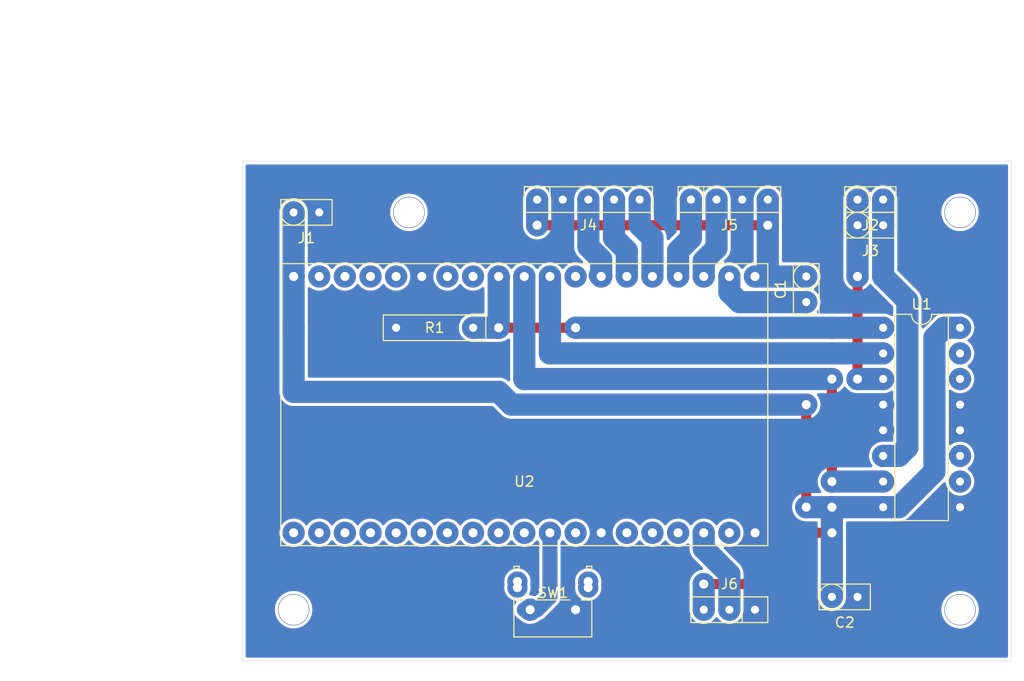
<source format=kicad_pcb>
(kicad_pcb (version 20171130) (host pcbnew "(5.1.6)-1")

  (general
    (thickness 1.6)
    (drawings 10)
    (tracks 100)
    (zones 0)
    (modules 12)
    (nets 43)
  )

  (page A4)
  (layers
    (0 F.Cu signal)
    (31 B.Cu signal)
    (32 B.Adhes user hide)
    (33 F.Adhes user hide)
    (34 B.Paste user hide)
    (35 F.Paste user hide)
    (36 B.SilkS user hide)
    (37 F.SilkS user hide)
    (38 B.Mask user)
    (39 F.Mask user hide)
    (40 Dwgs.User user)
    (41 Cmts.User user hide)
    (42 Eco1.User user)
    (43 Eco2.User user hide)
    (44 Edge.Cuts user)
    (45 Margin user hide)
    (46 B.CrtYd user hide)
    (47 F.CrtYd user hide)
    (48 B.Fab user hide)
    (49 F.Fab user)
  )

  (setup
    (last_trace_width 2.2)
    (user_trace_width 1)
    (user_trace_width 1.5)
    (user_trace_width 2.2)
    (trace_clearance 0.2)
    (zone_clearance 0.3)
    (zone_45_only no)
    (trace_min 0.2)
    (via_size 0.8)
    (via_drill 0.4)
    (via_min_size 0.4)
    (via_min_drill 0.3)
    (user_via 2.2 0.9)
    (user_via 3.1 3)
    (uvia_size 0.3)
    (uvia_drill 0.1)
    (uvias_allowed no)
    (uvia_min_size 0.2)
    (uvia_min_drill 0.1)
    (edge_width 0.05)
    (segment_width 0.2)
    (pcb_text_width 0.3)
    (pcb_text_size 1.5 1.5)
    (mod_edge_width 0.12)
    (mod_text_size 1 1)
    (mod_text_width 0.15)
    (pad_size 1.524 1.524)
    (pad_drill 0.762)
    (pad_to_mask_clearance 0.05)
    (aux_axis_origin 0 0)
    (visible_elements 7FFFFFFF)
    (pcbplotparams
      (layerselection 0x00040_fffffffe)
      (usegerberextensions false)
      (usegerberattributes true)
      (usegerberadvancedattributes true)
      (creategerberjobfile false)
      (excludeedgelayer true)
      (linewidth 0.100000)
      (plotframeref false)
      (viasonmask true)
      (mode 1)
      (useauxorigin false)
      (hpglpennumber 1)
      (hpglpenspeed 20)
      (hpglpendiameter 15.000000)
      (psnegative false)
      (psa4output false)
      (plotreference true)
      (plotvalue true)
      (plotinvisibletext false)
      (padsonsilk false)
      (subtractmaskfromsilk false)
      (outputformat 1)
      (mirror false)
      (drillshape 0)
      (scaleselection 1)
      (outputdirectory "plot/"))
  )

  (net 0 "")
  (net 1 GND)
  (net 2 +5V)
  (net 3 +3V3)
  (net 4 OA2)
  (net 5 OA1)
  (net 6 hall1)
  (net 7 hall2)
  (net 8 hall3)
  (net 9 hall4)
  (net 10 hall5)
  (net 11 LED)
  (net 12 ENA)
  (net 13 IA2)
  (net 14 IA1)
  (net 15 SW)
  (net 16 "Net-(C1-Pad2)")
  (net 17 "Net-(U2-Pad2)")
  (net 18 "Net-(U2-Pad3)")
  (net 19 "Net-(U2-Pad4)")
  (net 20 "Net-(U2-Pad5)")
  (net 21 "Net-(U2-Pad21)")
  (net 22 "Net-(U2-Pad23)")
  (net 23 "Net-(U2-Pad24)")
  (net 24 "Net-(U2-Pad25)")
  (net 25 "Net-(U2-Pad27)")
  (net 26 "Net-(U2-Pad29)")
  (net 27 "Net-(U2-Pad30)")
  (net 28 "Net-(U2-Pad31)")
  (net 29 "Net-(U2-Pad32)")
  (net 30 "Net-(U2-Pad33)")
  (net 31 "Net-(U2-Pad34)")
  (net 32 "Net-(U2-Pad35)")
  (net 33 "Net-(U2-Pad36)")
  (net 34 "Net-(U2-Pad37)")
  (net 35 "Net-(U2-Pad38)")
  (net 36 "Net-(U1-Pad10)")
  (net 37 "Net-(U1-Pad11)")
  (net 38 "Net-(U1-Pad14)")
  (net 39 "Net-(U1-Pad15)")
  (net 40 "Net-(U2-Pad7)")
  (net 41 "Net-(U2-Pad8)")
  (net 42 "Net-(U2-Pad12)")

  (net_class Default "This is the default net class."
    (clearance 0.2)
    (trace_width 0.25)
    (via_dia 0.8)
    (via_drill 0.4)
    (uvia_dia 0.3)
    (uvia_drill 0.1)
    (add_net +3V3)
    (add_net +5V)
    (add_net ENA)
    (add_net GND)
    (add_net IA1)
    (add_net IA2)
    (add_net LED)
    (add_net "Net-(C1-Pad2)")
    (add_net "Net-(U1-Pad10)")
    (add_net "Net-(U1-Pad11)")
    (add_net "Net-(U1-Pad14)")
    (add_net "Net-(U1-Pad15)")
    (add_net "Net-(U2-Pad12)")
    (add_net "Net-(U2-Pad2)")
    (add_net "Net-(U2-Pad21)")
    (add_net "Net-(U2-Pad23)")
    (add_net "Net-(U2-Pad24)")
    (add_net "Net-(U2-Pad25)")
    (add_net "Net-(U2-Pad27)")
    (add_net "Net-(U2-Pad29)")
    (add_net "Net-(U2-Pad3)")
    (add_net "Net-(U2-Pad30)")
    (add_net "Net-(U2-Pad31)")
    (add_net "Net-(U2-Pad32)")
    (add_net "Net-(U2-Pad33)")
    (add_net "Net-(U2-Pad34)")
    (add_net "Net-(U2-Pad35)")
    (add_net "Net-(U2-Pad36)")
    (add_net "Net-(U2-Pad37)")
    (add_net "Net-(U2-Pad38)")
    (add_net "Net-(U2-Pad4)")
    (add_net "Net-(U2-Pad5)")
    (add_net "Net-(U2-Pad7)")
    (add_net "Net-(U2-Pad8)")
    (add_net OA1)
    (add_net OA2)
    (add_net SW)
    (add_net hall1)
    (add_net hall2)
    (add_net hall3)
    (add_net hall4)
    (add_net hall5)
  )

  (module cnc3018-PCB:my2pin (layer F.Cu) (tedit 612D2549) (tstamp 6384EBC7)
    (at 55.88 -38.1 270)
    (path /639B4A3D)
    (fp_text reference C1 (at 1.27 2.54 90) (layer F.SilkS)
      (effects (font (size 1 1) (thickness 0.15)))
    )
    (fp_text value 10uf (at 1.27 -2.54 90) (layer F.Fab)
      (effects (font (size 1 1) (thickness 0.15)))
    )
    (fp_line (start 3.81 -1.27) (end 1.27 -1.27) (layer F.SilkS) (width 0.12))
    (fp_line (start 3.81 1.27) (end 3.81 -1.27) (layer F.SilkS) (width 0.12))
    (fp_line (start -1.27 1.27) (end 3.81 1.27) (layer F.SilkS) (width 0.12))
    (fp_circle (center 0 0) (end 0 -1.27) (layer F.SilkS) (width 0.12))
    (fp_line (start -1.27 -1.27) (end 1.27 -1.27) (layer F.SilkS) (width 0.12))
    (fp_line (start -1.27 -1.27) (end -1.27 1.27) (layer F.SilkS) (width 0.12))
    (pad 1 thru_hole circle (at 0 0 270) (size 2.2 2.2) (drill 0.8) (layers *.Cu *.Mask)
      (net 3 +3V3))
    (pad 2 thru_hole circle (at 2.54 0 270) (size 2.2 2.2) (drill 0.8) (layers *.Cu *.Mask)
      (net 16 "Net-(C1-Pad2)"))
  )

  (module cnc3018-PCB:my2pin (layer F.Cu) (tedit 612D2549) (tstamp 6384EBD3)
    (at 58.42 -6.35)
    (path /639AE459)
    (fp_text reference C2 (at 1.27 2.54) (layer F.SilkS)
      (effects (font (size 1 1) (thickness 0.15)))
    )
    (fp_text value 100uf (at 1.27 -2.54) (layer F.Fab)
      (effects (font (size 1 1) (thickness 0.15)))
    )
    (fp_line (start -1.27 -1.27) (end -1.27 1.27) (layer F.SilkS) (width 0.12))
    (fp_line (start -1.27 -1.27) (end 1.27 -1.27) (layer F.SilkS) (width 0.12))
    (fp_circle (center 0 0) (end 0 -1.27) (layer F.SilkS) (width 0.12))
    (fp_line (start -1.27 1.27) (end 3.81 1.27) (layer F.SilkS) (width 0.12))
    (fp_line (start 3.81 1.27) (end 3.81 -1.27) (layer F.SilkS) (width 0.12))
    (fp_line (start 3.81 -1.27) (end 1.27 -1.27) (layer F.SilkS) (width 0.12))
    (pad 2 thru_hole circle (at 2.54 0) (size 2.2 2.2) (drill 0.8) (layers *.Cu *.Mask)
      (net 1 GND))
    (pad 1 thru_hole circle (at 0 0) (size 2.2 2.2) (drill 0.8) (layers *.Cu *.Mask)
      (net 2 +5V))
  )

  (module cnc3018-PCB:my2pin (layer F.Cu) (tedit 612D2549) (tstamp 6384EBDF)
    (at 5.08 -44.45)
    (path /6374560A)
    (fp_text reference J1 (at 1.27 2.54) (layer F.SilkS)
      (effects (font (size 1 1) (thickness 0.15)))
    )
    (fp_text value power (at 1.27 -2.54) (layer F.Fab)
      (effects (font (size 1 1) (thickness 0.15)))
    )
    (fp_line (start 3.81 -1.27) (end 1.27 -1.27) (layer F.SilkS) (width 0.12))
    (fp_line (start 3.81 1.27) (end 3.81 -1.27) (layer F.SilkS) (width 0.12))
    (fp_line (start -1.27 1.27) (end 3.81 1.27) (layer F.SilkS) (width 0.12))
    (fp_circle (center 0 0) (end 0 -1.27) (layer F.SilkS) (width 0.12))
    (fp_line (start -1.27 -1.27) (end 1.27 -1.27) (layer F.SilkS) (width 0.12))
    (fp_line (start -1.27 -1.27) (end -1.27 1.27) (layer F.SilkS) (width 0.12))
    (pad 1 thru_hole circle (at 0 0) (size 2.2 2.2) (drill 0.8) (layers *.Cu *.Mask)
      (net 2 +5V))
    (pad 2 thru_hole circle (at 2.54 0) (size 2.2 2.2) (drill 0.8) (layers *.Cu *.Mask)
      (net 1 GND))
  )

  (module cnc3018-PCB:my2pin (layer F.Cu) (tedit 612D2549) (tstamp 6384EBEB)
    (at 60.96 -45.72)
    (path /6387E6E7)
    (fp_text reference J2 (at 1.27 2.54) (layer F.SilkS)
      (effects (font (size 1 1) (thickness 0.15)))
    )
    (fp_text value coil1 (at 1.27 -2.54) (layer F.Fab)
      (effects (font (size 1 1) (thickness 0.15)))
    )
    (fp_line (start -1.27 -1.27) (end -1.27 1.27) (layer F.SilkS) (width 0.12))
    (fp_line (start -1.27 -1.27) (end 1.27 -1.27) (layer F.SilkS) (width 0.12))
    (fp_circle (center 0 0) (end 0 -1.27) (layer F.SilkS) (width 0.12))
    (fp_line (start -1.27 1.27) (end 3.81 1.27) (layer F.SilkS) (width 0.12))
    (fp_line (start 3.81 1.27) (end 3.81 -1.27) (layer F.SilkS) (width 0.12))
    (fp_line (start 3.81 -1.27) (end 1.27 -1.27) (layer F.SilkS) (width 0.12))
    (pad 2 thru_hole circle (at 2.54 0) (size 2.2 2.2) (drill 0.8) (layers *.Cu *.Mask)
      (net 4 OA2))
    (pad 1 thru_hole circle (at 0 0) (size 2.2 2.2) (drill 0.8) (layers *.Cu *.Mask)
      (net 5 OA1))
  )

  (module cnc3018-PCB:my2pin (layer F.Cu) (tedit 612D2549) (tstamp 6384EBF7)
    (at 60.96 -43.18)
    (path /6387F0FB)
    (fp_text reference J3 (at 1.27 2.54) (layer F.SilkS)
      (effects (font (size 1 1) (thickness 0.15)))
    )
    (fp_text value coil2 (at 1.27 -2.54) (layer F.Fab)
      (effects (font (size 1 1) (thickness 0.15)))
    )
    (fp_line (start 3.81 -1.27) (end 1.27 -1.27) (layer F.SilkS) (width 0.12))
    (fp_line (start 3.81 1.27) (end 3.81 -1.27) (layer F.SilkS) (width 0.12))
    (fp_line (start -1.27 1.27) (end 3.81 1.27) (layer F.SilkS) (width 0.12))
    (fp_circle (center 0 0) (end 0 -1.27) (layer F.SilkS) (width 0.12))
    (fp_line (start -1.27 -1.27) (end 1.27 -1.27) (layer F.SilkS) (width 0.12))
    (fp_line (start -1.27 -1.27) (end -1.27 1.27) (layer F.SilkS) (width 0.12))
    (pad 1 thru_hole circle (at 0 0) (size 2.2 2.2) (drill 0.8) (layers *.Cu *.Mask)
      (net 5 OA1))
    (pad 2 thru_hole circle (at 2.54 0) (size 2.2 2.2) (drill 0.8) (layers *.Cu *.Mask)
      (net 4 OA2))
  )

  (module cnc3018-PCB:my5Pin (layer F.Cu) (tedit 612C2FF5) (tstamp 6384EC06)
    (at 34.29 -45.72)
    (path /6374B5A7)
    (fp_text reference J4 (at 0 2.54) (layer F.SilkS)
      (effects (font (size 1 1) (thickness 0.15)))
    )
    (fp_text value halls1 (at 0 -2.54) (layer F.Fab)
      (effects (font (size 1 1) (thickness 0.15)))
    )
    (fp_line (start -3.81 -1.27) (end -3.81 1.27) (layer F.SilkS) (width 0.12))
    (fp_line (start -6.35 -1.27) (end -3.81 -1.27) (layer F.SilkS) (width 0.12))
    (fp_line (start 6.35 -1.27) (end -6.35 -1.27) (layer F.SilkS) (width 0.12))
    (fp_line (start 6.35 1.27) (end 6.35 -1.27) (layer F.SilkS) (width 0.12))
    (fp_line (start -6.35 1.27) (end 6.35 1.27) (layer F.SilkS) (width 0.12))
    (fp_line (start -6.35 -1.27) (end -6.35 1.27) (layer F.SilkS) (width 0.12))
    (pad 1 thru_hole circle (at -5.08 0) (size 2.2 2.2) (drill 0.8) (layers *.Cu *.Mask)
      (net 3 +3V3))
    (pad 2 thru_hole circle (at -2.54 0) (size 2.2 2.2) (drill 0.8) (layers *.Cu *.Mask)
      (net 1 GND))
    (pad 3 thru_hole circle (at 0 0) (size 2.2 2.2) (drill 0.8) (layers *.Cu *.Mask)
      (net 6 hall1))
    (pad 4 thru_hole circle (at 2.54 0) (size 2.2 2.2) (drill 0.8) (layers *.Cu *.Mask)
      (net 7 hall2))
    (pad 5 thru_hole circle (at 5.08 0) (size 2.2 2.2) (drill 0.8) (layers *.Cu *.Mask)
      (net 8 hall3))
  )

  (module cnc3018-PCB:my4pin (layer F.Cu) (tedit 612D2557) (tstamp 6384EC14)
    (at 44.45 -45.72)
    (path /6385F1AB)
    (fp_text reference J5 (at 3.81 2.54) (layer F.SilkS)
      (effects (font (size 1 1) (thickness 0.15)))
    )
    (fp_text value halls2 (at 3.81 -2.54) (layer F.Fab)
      (effects (font (size 1 1) (thickness 0.15)))
    )
    (fp_line (start 8.89 -1.27) (end 1.27 -1.27) (layer F.SilkS) (width 0.12))
    (fp_line (start 8.89 1.27) (end 8.89 -1.27) (layer F.SilkS) (width 0.12))
    (fp_line (start -1.27 1.27) (end 8.89 1.27) (layer F.SilkS) (width 0.12))
    (fp_line (start 1.27 -1.27) (end 1.27 1.27) (layer F.SilkS) (width 0.12))
    (fp_line (start -1.27 -1.27) (end 1.27 -1.27) (layer F.SilkS) (width 0.12))
    (fp_line (start -1.27 -1.27) (end -1.27 1.27) (layer F.SilkS) (width 0.12))
    (pad 1 thru_hole circle (at 0 0) (size 2.2 2.2) (drill 0.8) (layers *.Cu *.Mask)
      (net 9 hall4))
    (pad 2 thru_hole circle (at 2.54 0) (size 2.2 2.2) (drill 0.8) (layers *.Cu *.Mask)
      (net 10 hall5))
    (pad 3 thru_hole circle (at 5.08 0) (size 2.2 2.2) (drill 0.8) (layers *.Cu *.Mask)
      (net 1 GND))
    (pad 4 thru_hole circle (at 7.62 0) (size 2.2 2.2) (drill 0.8) (layers *.Cu *.Mask)
      (net 3 +3V3))
  )

  (module cnc3018-PCB:my3pin (layer F.Cu) (tedit 612C3136) (tstamp 6384EC21)
    (at 48.26 -5.08 180)
    (path /63746FC8)
    (fp_text reference J6 (at 0 2.54) (layer F.SilkS)
      (effects (font (size 1 1) (thickness 0.15)))
    )
    (fp_text value led (at 0 -2.54) (layer F.Fab)
      (effects (font (size 1 1) (thickness 0.15)))
    )
    (fp_line (start -3.81 -1.27) (end -3.81 1.27) (layer F.SilkS) (width 0.12))
    (fp_line (start -3.81 -1.27) (end -1.27 -1.27) (layer F.SilkS) (width 0.12))
    (fp_line (start -1.27 -1.27) (end -1.27 1.27) (layer F.SilkS) (width 0.12))
    (fp_line (start 3.81 1.27) (end 3.81 -1.27) (layer F.SilkS) (width 0.12))
    (fp_line (start -3.81 1.27) (end 3.81 1.27) (layer F.SilkS) (width 0.12))
    (fp_line (start -1.27 -1.27) (end 3.81 -1.27) (layer F.SilkS) (width 0.12))
    (pad 1 thru_hole circle (at -2.54 0 180) (size 2.2 2.2) (drill 0.8) (layers *.Cu *.Mask)
      (net 1 GND))
    (pad 2 thru_hole circle (at 0 0 180) (size 2.2 2.2) (drill 0.8) (layers *.Cu *.Mask)
      (net 11 LED))
    (pad 3 thru_hole circle (at 2.54 0 180) (size 2.2 2.2) (drill 0.8) (layers *.Cu *.Mask)
      (net 2 +5V))
  )

  (module cnc3018-PCB:myResistor (layer F.Cu) (tedit 612D2591) (tstamp 6384EC37)
    (at 22.86 -33.02 180)
    (path /63742574)
    (fp_text reference R1 (at 3.81 0) (layer F.SilkS)
      (effects (font (size 1 1) (thickness 0.15)))
    )
    (fp_text value 10K (at 3.81 -2.54) (layer F.Fab)
      (effects (font (size 1 1) (thickness 0.15)))
    )
    (fp_line (start 8.89 -1.27) (end 8.89 1.27) (layer F.SilkS) (width 0.12))
    (fp_line (start 8.89 -1.27) (end -1.27 -1.27) (layer F.SilkS) (width 0.12))
    (fp_line (start -1.27 -1.27) (end -1.27 1.27) (layer F.SilkS) (width 0.12))
    (fp_line (start -1.27 1.27) (end 8.89 1.27) (layer F.SilkS) (width 0.12))
    (pad 1 thru_hole circle (at 0 0 180) (size 2.2 2.2) (drill 0.8) (layers *.Cu *.Mask)
      (net 12 ENA))
    (pad 2 thru_hole circle (at 7.62 0 180) (size 2.2 2.2) (drill 0.8) (layers *.Cu *.Mask)
      (net 1 GND))
  )

  (module cnc3018-PCB:right_angle_button (layer F.Cu) (tedit 632B1A1C) (tstamp 6384EC5F)
    (at 33.02 -5.08 180)
    (descr "tactile switch SPST right angle, PTS645VL83-2 LFS")
    (tags "tactile switch SPST angled PTS645VL83-2 LFS C&K Button")
    (path /6381C2AE)
    (fp_text reference SW1 (at 2.25 1.68) (layer F.SilkS)
      (effects (font (size 1 1) (thickness 0.15)))
    )
    (fp_text value SW (at 2.25 5.38988) (layer F.Fab)
      (effects (font (size 1 1) (thickness 0.15)))
    )
    (fp_line (start 0.5 -7) (end 0.5 -2.59) (layer F.Fab) (width 0.1))
    (fp_line (start 4 -7) (end 4 -2.59) (layer F.Fab) (width 0.1))
    (fp_line (start 0.5 -7) (end 4 -7) (layer F.Fab) (width 0.1))
    (fp_line (start -1.09 0.97) (end -1.09 1.2) (layer F.SilkS) (width 0.12))
    (fp_line (start 5.7 4.2) (end 5.7 0.86) (layer F.Fab) (width 0.1))
    (fp_line (start -1.5 4.2) (end -1.2 4.2) (layer F.Fab) (width 0.1))
    (fp_line (start -1.2 0.86) (end 5.7 0.86) (layer F.Fab) (width 0.1))
    (fp_line (start 6 4.2) (end 6 -2.59) (layer F.Fab) (width 0.1))
    (fp_line (start -2.5 -2.8) (end 7.05 -2.8) (layer F.CrtYd) (width 0.05))
    (fp_line (start 7.05 -2.8) (end 7.05 4.45) (layer F.CrtYd) (width 0.05))
    (fp_line (start 7.05 4.45) (end -2.5 4.45) (layer F.CrtYd) (width 0.05))
    (fp_line (start -2.5 4.45) (end -2.5 -2.8) (layer F.CrtYd) (width 0.05))
    (fp_line (start -1.61 -2.7) (end 6.11 -2.7) (layer F.SilkS) (width 0.12))
    (fp_line (start 6.11 -2.7) (end 6.11 1.2) (layer F.SilkS) (width 0.12))
    (fp_line (start -1.61 4.31) (end -1.09 4.31) (layer F.SilkS) (width 0.12))
    (fp_line (start -1.61 -2.7) (end -1.61 1.2) (layer F.SilkS) (width 0.12))
    (fp_line (start -1.5 -2.59) (end 6 -2.59) (layer F.Fab) (width 0.1))
    (fp_line (start -1.5 4.2) (end -1.5 -2.59) (layer F.Fab) (width 0.1))
    (fp_line (start 5.7 4.2) (end 6 4.2) (layer F.Fab) (width 0.1))
    (fp_line (start -1.2 4.2) (end -1.2 0.86) (layer F.Fab) (width 0.1))
    (fp_line (start 5.59 0.97) (end 5.59 1.2) (layer F.SilkS) (width 0.12))
    (fp_line (start -1.09 3.8) (end -1.09 4.31) (layer F.SilkS) (width 0.12))
    (fp_line (start -1.61 3.8) (end -1.61 4.31) (layer F.SilkS) (width 0.12))
    (fp_line (start 5.05 0.97) (end 5.59 0.97) (layer F.SilkS) (width 0.12))
    (fp_line (start 5.59 3.8) (end 5.59 4.31) (layer F.SilkS) (width 0.12))
    (fp_line (start 5.59 4.31) (end 6.11 4.31) (layer F.SilkS) (width 0.12))
    (fp_line (start 6.11 3.8) (end 6.11 4.31) (layer F.SilkS) (width 0.12))
    (fp_line (start -1.09 0.97) (end -0.55 0.97) (layer F.SilkS) (width 0.12))
    (fp_line (start 0.55 0.97) (end 3.95 0.97) (layer F.SilkS) (width 0.12))
    (fp_text user %R (at 2.25 1.68) (layer F.Fab)
      (effects (font (size 1 1) (thickness 0.15)))
    )
    (pad "" thru_hole circle (at 5.76 2.19 180) (size 2 2) (drill 0.9) (layers *.Cu *.Mask))
    (pad 2 thru_hole circle (at 4.5 0 180) (size 2.2 2.2) (drill 0.9) (layers *.Cu *.Mask)
      (net 15 SW))
    (pad 1 thru_hole circle (at 0 0 180) (size 2.2 2.2) (drill 0.9) (layers *.Cu *.Mask)
      (net 1 GND))
    (pad "" thru_hole circle (at -1.25 2.19 180) (size 2 2) (drill 0.9) (layers *.Cu *.Mask))
    (pad "" thru_hole circle (at 5.76 2.79 180) (size 2 2) (drill 0.9) (layers *.Cu *.Mask))
    (pad "" thru_hole circle (at -1.25 2.79 180) (size 2 2) (drill 0.9) (layers *.Cu *.Mask))
    (model ${KISYS3DMOD}/Button_Switch_THT.3dshapes/SW_Tactile_SPST_Angled_PTS645Vx83-2LFS.wrl
      (at (xyz 0 0 0))
      (scale (xyz 1 1 1))
      (rotate (xyz 0 0 0))
    )
  )

  (module cnc3018-PCB:myDip16 (layer F.Cu) (tedit 613E3A12) (tstamp 6384EC83)
    (at 63.5 -33.02)
    (descr "16-lead though-hole mounted DIP package, row spacing 7.62 mm (300 mils)")
    (tags "THT DIP DIL PDIP 2.54mm 7.62mm 300mil")
    (path /63741DEA)
    (fp_text reference U1 (at 3.81 -2.33) (layer F.SilkS)
      (effects (font (size 1 1) (thickness 0.15)))
    )
    (fp_text value L293D (at 3.81 20.11) (layer F.Fab)
      (effects (font (size 1 1) (thickness 0.15)))
    )
    (fp_line (start 8.7 -1.55) (end -1.1 -1.55) (layer F.CrtYd) (width 0.05))
    (fp_line (start 8.7 19.3) (end 8.7 -1.55) (layer F.CrtYd) (width 0.05))
    (fp_line (start -1.1 19.3) (end 8.7 19.3) (layer F.CrtYd) (width 0.05))
    (fp_line (start -1.1 -1.55) (end -1.1 19.3) (layer F.CrtYd) (width 0.05))
    (fp_line (start 6.46 -1.33) (end 4.81 -1.33) (layer F.SilkS) (width 0.12))
    (fp_line (start 6.46 19.11) (end 6.46 -1.33) (layer F.SilkS) (width 0.12))
    (fp_line (start 1.16 19.11) (end 6.46 19.11) (layer F.SilkS) (width 0.12))
    (fp_line (start 1.16 -1.33) (end 1.16 19.11) (layer F.SilkS) (width 0.12))
    (fp_line (start 2.81 -1.33) (end 1.16 -1.33) (layer F.SilkS) (width 0.12))
    (fp_line (start 0.635 -0.27) (end 1.635 -1.27) (layer F.Fab) (width 0.1))
    (fp_line (start 0.635 19.05) (end 0.635 -0.27) (layer F.Fab) (width 0.1))
    (fp_line (start 6.985 19.05) (end 0.635 19.05) (layer F.Fab) (width 0.1))
    (fp_line (start 6.985 -1.27) (end 6.985 19.05) (layer F.Fab) (width 0.1))
    (fp_line (start 1.635 -1.27) (end 6.985 -1.27) (layer F.Fab) (width 0.1))
    (fp_arc (start 3.81 -1.33) (end 2.81 -1.33) (angle -180) (layer F.SilkS) (width 0.12))
    (fp_text user %R (at 3.81 8.89) (layer F.Fab)
      (effects (font (size 1 1) (thickness 0.15)))
    )
    (pad 1 thru_hole circle (at 0 0) (size 2.2 2.2) (drill 0.8) (layers *.Cu *.Mask)
      (net 12 ENA))
    (pad 9 thru_hole circle (at 7.62 17.78) (size 2.2 2.2) (drill 0.8) (layers *.Cu *.Mask)
      (net 1 GND))
    (pad 2 thru_hole circle (at 0 2.54) (size 2.2 2.2) (drill 0.8) (layers *.Cu *.Mask)
      (net 14 IA1))
    (pad 10 thru_hole circle (at 7.62 15.24) (size 2.2 2.2) (drill 0.8) (layers *.Cu *.Mask)
      (net 36 "Net-(U1-Pad10)"))
    (pad 3 thru_hole circle (at 0 5.08) (size 2.2 2.2) (drill 0.8) (layers *.Cu *.Mask)
      (net 5 OA1))
    (pad 11 thru_hole circle (at 7.62 12.7) (size 2.2 2.2) (drill 0.8) (layers *.Cu *.Mask)
      (net 37 "Net-(U1-Pad11)"))
    (pad 4 thru_hole circle (at 0 7.62) (size 2.2 2.2) (drill 0.8) (layers *.Cu *.Mask)
      (net 1 GND))
    (pad 12 thru_hole circle (at 7.62 10.16) (size 2.2 2.2) (drill 0.8) (layers *.Cu *.Mask)
      (net 1 GND))
    (pad 5 thru_hole circle (at 0 10.16) (size 2.2 2.2) (drill 0.8) (layers *.Cu *.Mask)
      (net 1 GND))
    (pad 13 thru_hole circle (at 7.62 7.62) (size 2.2 2.2) (drill 0.8) (layers *.Cu *.Mask)
      (net 1 GND))
    (pad 6 thru_hole circle (at 0 12.7) (size 2.2 2.2) (drill 0.8) (layers *.Cu *.Mask)
      (net 4 OA2))
    (pad 14 thru_hole circle (at 7.62 5.08) (size 2.2 2.2) (drill 0.8) (layers *.Cu *.Mask)
      (net 38 "Net-(U1-Pad14)"))
    (pad 7 thru_hole circle (at 0 15.24) (size 2.2 2.2) (drill 0.8) (layers *.Cu *.Mask)
      (net 13 IA2))
    (pad 15 thru_hole circle (at 7.62 2.54) (size 2.2 2.2) (drill 0.8) (layers *.Cu *.Mask)
      (net 39 "Net-(U1-Pad15)"))
    (pad 8 thru_hole circle (at 0 17.78) (size 2.2 2.2) (drill 0.8) (layers *.Cu *.Mask)
      (net 2 +5V))
    (pad 16 thru_hole circle (at 7.62 0) (size 2.2 2.2) (drill 0.8) (layers *.Cu *.Mask)
      (net 2 +5V))
    (model ${KISYS3DMOD}/Package_DIP.3dshapes/DIP-16_W7.62mm.wrl
      (at (xyz 0 0 0))
      (scale (xyz 1 1 1))
      (rotate (xyz 0 0 0))
    )
  )

  (module cnc3018-PCB:ESP32-DEV (layer F.Cu) (tedit 6373F5DD) (tstamp 6384ECB1)
    (at 27.94 -25.4)
    (path /6373E6F1)
    (fp_text reference U2 (at 0 7.62) (layer F.SilkS)
      (effects (font (size 1 1) (thickness 0.15)))
    )
    (fp_text value ESP32_DEV (at 0 -7.62) (layer F.Fab)
      (effects (font (size 1 1) (thickness 0.15)))
    )
    (fp_line (start -24.13 -13.97) (end 24.13 -13.97) (layer F.SilkS) (width 0.12))
    (fp_line (start 24.13 -13.97) (end 24.13 13.97) (layer F.SilkS) (width 0.12))
    (fp_line (start 24.13 13.97) (end -24.13 13.97) (layer F.SilkS) (width 0.12))
    (fp_line (start -24.13 13.97) (end -24.13 -13.97) (layer F.SilkS) (width 0.12))
    (pad 1 thru_hole circle (at -22.86 -12.7) (size 2.2 2.2) (drill 0.9) (layers *.Cu *.Mask)
      (net 2 +5V))
    (pad 2 thru_hole circle (at -20.32 -12.7) (size 2.2 2.2) (drill 0.9) (layers *.Cu *.Mask)
      (net 17 "Net-(U2-Pad2)"))
    (pad 3 thru_hole circle (at -17.78 -12.7) (size 2.2 2.2) (drill 0.9) (layers *.Cu *.Mask)
      (net 18 "Net-(U2-Pad3)"))
    (pad 4 thru_hole circle (at -15.24 -12.7) (size 2.2 2.2) (drill 0.9) (layers *.Cu *.Mask)
      (net 19 "Net-(U2-Pad4)"))
    (pad 5 thru_hole circle (at -12.7 -12.7) (size 2.2 2.2) (drill 0.9) (layers *.Cu *.Mask)
      (net 20 "Net-(U2-Pad5)"))
    (pad 6 thru_hole circle (at -10.16 -12.7) (size 2.2 2.2) (drill 0.9) (layers *.Cu *.Mask)
      (net 1 GND))
    (pad 7 thru_hole circle (at -7.62 -12.7) (size 2.2 2.2) (drill 0.9) (layers *.Cu *.Mask)
      (net 40 "Net-(U2-Pad7)"))
    (pad 8 thru_hole circle (at -5.08 -12.7) (size 2.2 2.2) (drill 0.9) (layers *.Cu *.Mask)
      (net 41 "Net-(U2-Pad8)"))
    (pad 9 thru_hole circle (at -2.54 -12.7) (size 2.2 2.2) (drill 0.9) (layers *.Cu *.Mask)
      (net 12 ENA))
    (pad 10 thru_hole circle (at 0 -12.7) (size 2.2 2.2) (drill 0.9) (layers *.Cu *.Mask)
      (net 13 IA2))
    (pad 11 thru_hole circle (at 2.54 -12.7) (size 2.2 2.2) (drill 0.9) (layers *.Cu *.Mask)
      (net 14 IA1))
    (pad 12 thru_hole circle (at 5.08 -12.7) (size 2.2 2.2) (drill 0.9) (layers *.Cu *.Mask)
      (net 42 "Net-(U2-Pad12)"))
    (pad 13 thru_hole circle (at 7.62 -12.7) (size 2.2 2.2) (drill 0.9) (layers *.Cu *.Mask)
      (net 6 hall1))
    (pad 14 thru_hole circle (at 10.16 -12.7) (size 2.2 2.2) (drill 0.9) (layers *.Cu *.Mask)
      (net 7 hall2))
    (pad 15 thru_hole circle (at 12.7 -12.7) (size 2.2 2.2) (drill 0.9) (layers *.Cu *.Mask)
      (net 8 hall3))
    (pad 16 thru_hole circle (at 15.24 -12.7) (size 2.2 2.2) (drill 0.9) (layers *.Cu *.Mask)
      (net 9 hall4))
    (pad 17 thru_hole circle (at 17.78 -12.7) (size 2.2 2.2) (drill 0.9) (layers *.Cu *.Mask)
      (net 10 hall5))
    (pad 18 thru_hole circle (at 20.32 -12.7) (size 2.2 2.2) (drill 0.9) (layers *.Cu *.Mask)
      (net 16 "Net-(C1-Pad2)"))
    (pad 19 thru_hole circle (at 22.86 -12.7) (size 2.2 2.2) (drill 0.9) (layers *.Cu *.Mask)
      (net 3 +3V3))
    (pad 20 thru_hole circle (at 22.86 12.7) (size 2.2 2.2) (drill 0.9) (layers *.Cu *.Mask)
      (net 1 GND))
    (pad 21 thru_hole circle (at 20.32 12.7) (size 2.2 2.2) (drill 0.9) (layers *.Cu *.Mask)
      (net 21 "Net-(U2-Pad21)"))
    (pad 22 thru_hole circle (at 17.78 12.7) (size 2.2 2.2) (drill 0.9) (layers *.Cu *.Mask)
      (net 11 LED))
    (pad 23 thru_hole circle (at 15.24 12.7) (size 2.2 2.2) (drill 0.9) (layers *.Cu *.Mask)
      (net 22 "Net-(U2-Pad23)"))
    (pad 24 thru_hole circle (at 12.7 12.7) (size 2.2 2.2) (drill 0.9) (layers *.Cu *.Mask)
      (net 23 "Net-(U2-Pad24)"))
    (pad 25 thru_hole circle (at 10.16 12.7) (size 2.2 2.2) (drill 0.9) (layers *.Cu *.Mask)
      (net 24 "Net-(U2-Pad25)"))
    (pad 26 thru_hole circle (at 7.62 12.7) (size 2.2 2.2) (drill 0.9) (layers *.Cu *.Mask)
      (net 1 GND))
    (pad 27 thru_hole circle (at 5.08 12.7) (size 2.2 2.2) (drill 0.9) (layers *.Cu *.Mask)
      (net 25 "Net-(U2-Pad27)"))
    (pad 28 thru_hole circle (at 2.54 12.7) (size 2.2 2.2) (drill 0.9) (layers *.Cu *.Mask)
      (net 15 SW))
    (pad 29 thru_hole circle (at 0 12.7) (size 2.2 2.2) (drill 0.9) (layers *.Cu *.Mask)
      (net 26 "Net-(U2-Pad29)"))
    (pad 30 thru_hole circle (at -2.54 12.7) (size 2.2 2.2) (drill 0.9) (layers *.Cu *.Mask)
      (net 27 "Net-(U2-Pad30)"))
    (pad 31 thru_hole circle (at -5.08 12.7) (size 2.2 2.2) (drill 0.9) (layers *.Cu *.Mask)
      (net 28 "Net-(U2-Pad31)"))
    (pad 32 thru_hole circle (at -7.62 12.7) (size 2.2 2.2) (drill 0.9) (layers *.Cu *.Mask)
      (net 29 "Net-(U2-Pad32)"))
    (pad 33 thru_hole circle (at -10.16 12.7) (size 2.2 2.2) (drill 0.9) (layers *.Cu *.Mask)
      (net 30 "Net-(U2-Pad33)"))
    (pad 34 thru_hole circle (at -12.7 12.7) (size 2.2 2.2) (drill 0.9) (layers *.Cu *.Mask)
      (net 31 "Net-(U2-Pad34)"))
    (pad 35 thru_hole circle (at -15.24 12.7) (size 2.2 2.2) (drill 0.9) (layers *.Cu *.Mask)
      (net 32 "Net-(U2-Pad35)"))
    (pad 36 thru_hole circle (at -17.78 12.7) (size 2.2 2.2) (drill 0.9) (layers *.Cu *.Mask)
      (net 33 "Net-(U2-Pad36)"))
    (pad 37 thru_hole circle (at -20.32 12.7) (size 2.2 2.2) (drill 0.9) (layers *.Cu *.Mask)
      (net 34 "Net-(U2-Pad37)"))
    (pad 38 thru_hole circle (at -22.86 12.7) (size 2.2 2.2) (drill 0.9) (layers *.Cu *.Mask)
      (net 35 "Net-(U2-Pad38)"))
  )

  (dimension 5.08 (width 0.15) (layer Dwgs.User)
    (gr_text "5.080 mm" (at 73.66 -57.18) (layer Dwgs.User)
      (effects (font (size 1 1) (thickness 0.15)))
    )
    (feature1 (pts (xy 76.2 -44.45) (xy 76.2 -56.466421)))
    (feature2 (pts (xy 71.12 -44.45) (xy 71.12 -56.466421)))
    (crossbar (pts (xy 71.12 -55.88) (xy 76.2 -55.88)))
    (arrow1a (pts (xy 76.2 -55.88) (xy 75.073496 -55.293579)))
    (arrow1b (pts (xy 76.2 -55.88) (xy 75.073496 -56.466421)))
    (arrow2a (pts (xy 71.12 -55.88) (xy 72.246504 -55.293579)))
    (arrow2b (pts (xy 71.12 -55.88) (xy 72.246504 -56.466421)))
  )
  (dimension 5.08 (width 0.15) (layer Dwgs.User)
    (gr_text "5.080 mm" (at -8.92 -46.99 270) (layer Dwgs.User)
      (effects (font (size 1 1) (thickness 0.15)))
    )
    (feature1 (pts (xy 0 -44.45) (xy -8.206421 -44.45)))
    (feature2 (pts (xy 0 -49.53) (xy -8.206421 -49.53)))
    (crossbar (pts (xy -7.62 -49.53) (xy -7.62 -44.45)))
    (arrow1a (pts (xy -7.62 -44.45) (xy -8.206421 -45.576504)))
    (arrow1b (pts (xy -7.62 -44.45) (xy -7.033579 -45.576504)))
    (arrow2a (pts (xy -7.62 -49.53) (xy -8.206421 -48.403496)))
    (arrow2b (pts (xy -7.62 -49.53) (xy -7.033579 -48.403496)))
  )
  (dimension 16.51 (width 0.15) (layer Dwgs.User)
    (gr_text "16.510 mm" (at 8.255 -57.18) (layer Dwgs.User)
      (effects (font (size 1 1) (thickness 0.15)))
    )
    (feature1 (pts (xy 16.51 -49.53) (xy 16.51 -56.466421)))
    (feature2 (pts (xy 0 -49.53) (xy 0 -56.466421)))
    (crossbar (pts (xy 0 -55.88) (xy 16.51 -55.88)))
    (arrow1a (pts (xy 16.51 -55.88) (xy 15.383496 -55.293579)))
    (arrow1b (pts (xy 16.51 -55.88) (xy 15.383496 -56.466421)))
    (arrow2a (pts (xy 0 -55.88) (xy 1.126504 -55.293579)))
    (arrow2b (pts (xy 0 -55.88) (xy 1.126504 -56.466421)))
  )
  (dimension 49.53 (width 0.15) (layer Dwgs.User)
    (gr_text "49.530 mm" (at -20.349999 -24.765 270) (layer Dwgs.User)
      (effects (font (size 1 1) (thickness 0.15)))
    )
    (feature1 (pts (xy 0 0) (xy -19.63642 0)))
    (feature2 (pts (xy 0 -49.53) (xy -19.63642 -49.53)))
    (crossbar (pts (xy -19.049999 -49.53) (xy -19.049999 0)))
    (arrow1a (pts (xy -19.049999 0) (xy -19.63642 -1.126504)))
    (arrow1b (pts (xy -19.049999 0) (xy -18.463578 -1.126504)))
    (arrow2a (pts (xy -19.049999 -49.53) (xy -19.63642 -48.403496)))
    (arrow2b (pts (xy -19.049999 -49.53) (xy -18.463578 -48.403496)))
  )
  (dimension 76.2 (width 0.15) (layer Dwgs.User)
    (gr_text "76.200 mm" (at 38.1 -64.8) (layer Dwgs.User)
      (effects (font (size 1 1) (thickness 0.15)))
    )
    (feature1 (pts (xy 76.2 -49.53) (xy 76.2 -64.086421)))
    (feature2 (pts (xy 0 -49.53) (xy 0 -64.086421)))
    (crossbar (pts (xy 0 -63.5) (xy 76.2 -63.5)))
    (arrow1a (pts (xy 76.2 -63.5) (xy 75.073496 -62.913579)))
    (arrow1b (pts (xy 76.2 -63.5) (xy 75.073496 -64.086421)))
    (arrow2a (pts (xy 0 -63.5) (xy 1.126504 -62.913579)))
    (arrow2b (pts (xy 0 -63.5) (xy 1.126504 -64.086421)))
  )
  (gr_line (start 0 0) (end 0 -49.53) (layer Edge.Cuts) (width 0.05) (tstamp 6384FAAA))
  (gr_line (start 76.2 0) (end 0 0) (layer Edge.Cuts) (width 0.05))
  (gr_line (start 76.2 -49.53) (end 76.2 0) (layer Edge.Cuts) (width 0.05))
  (gr_line (start 0 -49.53) (end 76.2 -49.53) (layer Edge.Cuts) (width 0.05))
  (gr_circle (center 59.69 -6.35) (end 64.69 -6.35) (layer Dwgs.User) (width 0.15))

  (via (at 71.12 -44.45) (size 3.1) (drill 3) (layers F.Cu B.Cu) (net 0))
  (via (at 71.12 -5.08) (size 3.1) (drill 3) (layers F.Cu B.Cu) (net 0) (tstamp 6384FA2B))
  (via (at 5.08 -5.08) (size 3.1) (drill 3) (layers F.Cu B.Cu) (net 0) (tstamp 6384FA2B))
  (via (at 16.51 -44.45) (size 3.1) (drill 3) (layers F.Cu B.Cu) (net 0) (tstamp 6384FA2B))
  (segment (start 65.055634 -15.24) (end 68.58 -18.764366) (width 2.2) (layer B.Cu) (net 2))
  (segment (start 63.5 -15.24) (end 65.055634 -15.24) (width 2.2) (layer B.Cu) (net 2))
  (segment (start 68.58 -32.035634) (end 69.564366 -33.02) (width 2.2) (layer B.Cu) (net 2))
  (segment (start 68.58 -18.764366) (end 68.58 -32.035634) (width 2.2) (layer B.Cu) (net 2))
  (segment (start 69.564366 -33.02) (end 71.12 -33.02) (width 2.2) (layer B.Cu) (net 2))
  (segment (start 63.5 -15.24) (end 58.42 -15.24) (width 2.2) (layer B.Cu) (net 2))
  (segment (start 5.08 -38.1) (end 5.08 -33.02) (width 2.2) (layer B.Cu) (net 2))
  (segment (start 45.72 -5.08) (end 45.72 -7.62) (width 2.2) (layer B.Cu) (net 2))
  (segment (start 45.72 -7.62) (end 45.72 -7.62) (width 2.2) (layer B.Cu) (net 2) (tstamp 6384F996))
  (via (at 45.72 -7.62) (size 2.2) (drill 0.9) (layers F.Cu B.Cu) (net 2))
  (via (at 58.42 -12.7) (size 2.2) (drill 0.9) (layers F.Cu B.Cu) (net 2))
  (segment (start 58.42 -15.24) (end 58.42 -15.24) (width 2.2) (layer B.Cu) (net 2) (tstamp 6384F99A))
  (via (at 58.42 -15.24) (size 2.2) (drill 0.9) (layers F.Cu B.Cu) (net 2))
  (segment (start 58.42 -15.24) (end 58.42 -6.35) (width 2.2) (layer B.Cu) (net 2))
  (segment (start 55.88 -12.7) (end 58.42 -12.7) (width 1) (layer F.Cu) (net 2))
  (segment (start 45.72 -7.62) (end 50.8 -7.62) (width 1) (layer F.Cu) (net 2))
  (segment (start 50.8 -7.62) (end 55.88 -12.7) (width 1) (layer F.Cu) (net 2))
  (segment (start 5.08 -33.02) (end 5.08 -26.67) (width 2.2) (layer B.Cu) (net 2) (tstamp 6384FA9B))
  (segment (start 5.08 -26.67) (end 25.4 -26.67) (width 2.2) (layer B.Cu) (net 2))
  (segment (start 25.4 -26.67) (end 26.67 -25.4) (width 2.2) (layer B.Cu) (net 2))
  (segment (start 58.42 -15.24) (end 55.88 -15.24) (width 2.2) (layer B.Cu) (net 2))
  (segment (start 26.67 -25.4) (end 55.88 -25.4) (width 2.2) (layer B.Cu) (net 2))
  (segment (start 55.88 -25.4) (end 55.88 -25.4) (width 2.2) (layer B.Cu) (net 2) (tstamp 6384FAA6))
  (via (at 55.88 -25.4) (size 2.2) (drill 0.9) (layers F.Cu B.Cu) (net 2))
  (segment (start 55.88 -15.24) (end 55.88 -15.24) (width 2.2) (layer B.Cu) (net 2) (tstamp 6384FAA8))
  (via (at 55.88 -15.24) (size 2.2) (drill 0.9) (layers F.Cu B.Cu) (net 2))
  (segment (start 55.88 -25.4) (end 55.88 -15.24) (width 1) (layer F.Cu) (net 2))
  (segment (start 5.08 -44.45) (end 5.08 -38.1) (width 2.2) (layer B.Cu) (net 2))
  (via (at 52.07 -43.18) (size 2.2) (drill 0.9) (layers F.Cu B.Cu) (net 3))
  (via (at 29.21 -43.18) (size 2.2) (drill 0.9) (layers F.Cu B.Cu) (net 3))
  (segment (start 29.21 -45.72) (end 29.21 -43.18) (width 2.2) (layer B.Cu) (net 3))
  (segment (start 52.07 -45.72) (end 52.07 -38.1) (width 2.2) (layer B.Cu) (net 3))
  (segment (start 50.8 -38.1) (end 52.07 -38.1) (width 2.2) (layer B.Cu) (net 3))
  (segment (start 52.07 -38.1) (end 55.88 -38.1) (width 2.2) (layer B.Cu) (net 3))
  (segment (start 29.21 -43.18) (end 52.07 -43.18) (width 1) (layer F.Cu) (net 3))
  (segment (start 63.5 -20.32) (end 65.055634 -20.32) (width 2.2) (layer B.Cu) (net 4))
  (segment (start 65.900001 -21.164367) (end 65.900001 -35.699999) (width 2.2) (layer B.Cu) (net 4))
  (segment (start 65.055634 -20.32) (end 65.900001 -21.164367) (width 2.2) (layer B.Cu) (net 4))
  (segment (start 65.900001 -35.699999) (end 63.5 -38.1) (width 2.2) (layer B.Cu) (net 4))
  (segment (start 63.5 -45.72) (end 63.5 -38.1) (width 2.2) (layer B.Cu) (net 4))
  (segment (start 63.5 -27.94) (end 60.96 -27.94) (width 2.2) (layer B.Cu) (net 5))
  (segment (start 60.96 -27.94) (end 60.96 -27.94) (width 2.2) (layer B.Cu) (net 5) (tstamp 6384F97A))
  (via (at 60.96 -27.94) (size 2.2) (drill 0.9) (layers F.Cu B.Cu) (net 5))
  (segment (start 60.96 -38.1) (end 60.96 -38.1) (width 2.2) (layer B.Cu) (net 5) (tstamp 6384F97C))
  (via (at 60.96 -38.1) (size 2.2) (drill 0.9) (layers F.Cu B.Cu) (net 5))
  (segment (start 60.96 -27.94) (end 60.96 -38.1) (width 1) (layer F.Cu) (net 5))
  (segment (start 60.96 -45.72) (end 60.96 -38.1) (width 2.2) (layer B.Cu) (net 5))
  (segment (start 35.56 -38.1) (end 35.420001 -38.239999) (width 2.2) (layer B.Cu) (net 6))
  (segment (start 35.56 -39.785874) (end 34.29 -41.055874) (width 2.2) (layer B.Cu) (net 6))
  (segment (start 35.56 -38.1) (end 35.56 -39.785874) (width 2.2) (layer B.Cu) (net 6))
  (segment (start 34.29 -41.055874) (end 34.29 -45.72) (width 2.2) (layer B.Cu) (net 6))
  (segment (start 38.1 -38.1) (end 38.1 -40.64) (width 2.2) (layer B.Cu) (net 7))
  (segment (start 38.1 -40.64) (end 36.83 -41.91) (width 2.2) (layer B.Cu) (net 7))
  (segment (start 36.83 -41.91) (end 36.83 -45.72) (width 2.2) (layer B.Cu) (net 7))
  (segment (start 40.64 -38.1) (end 40.64 -41.91) (width 2.2) (layer B.Cu) (net 8))
  (segment (start 40.64 -41.91) (end 39.37 -43.18) (width 2.2) (layer B.Cu) (net 8))
  (segment (start 39.37 -43.18) (end 39.37 -45.72) (width 2.2) (layer B.Cu) (net 8))
  (segment (start 43.18 -38.1) (end 43.18 -40.64) (width 2.2) (layer B.Cu) (net 9))
  (segment (start 43.18 -40.64) (end 44.45 -41.91) (width 2.2) (layer B.Cu) (net 9))
  (segment (start 44.45 -41.91) (end 44.45 -45.72) (width 2.2) (layer B.Cu) (net 9))
  (segment (start 45.72 -39.655634) (end 46.99 -40.925634) (width 2.2) (layer B.Cu) (net 10))
  (segment (start 45.72 -38.1) (end 45.72 -39.655634) (width 2.2) (layer B.Cu) (net 10))
  (segment (start 46.99 -40.925634) (end 46.99 -45.72) (width 2.2) (layer B.Cu) (net 10))
  (segment (start 45.72 -11.144366) (end 48.26 -8.604366) (width 2.2) (layer B.Cu) (net 11))
  (segment (start 45.72 -12.7) (end 45.72 -11.144366) (width 2.2) (layer B.Cu) (net 11))
  (segment (start 48.26 -8.604366) (end 48.26 -6.35) (width 2.2) (layer B.Cu) (net 11))
  (segment (start 48.26 -6.35) (end 48.26 -5.08) (width 2.2) (layer B.Cu) (net 11))
  (segment (start 25.4 -38.1) (end 25.4 -33.02) (width 2.2) (layer B.Cu) (net 12))
  (segment (start 25.4 -33.02) (end 22.86 -33.02) (width 2.2) (layer B.Cu) (net 12))
  (segment (start 25.4 -33.02) (end 25.4 -33.02) (width 2.2) (layer B.Cu) (net 12) (tstamp 6384F974))
  (via (at 25.4 -33.02) (size 2.2) (drill 0.9) (layers F.Cu B.Cu) (net 12))
  (segment (start 63.5 -33.02) (end 58.42 -33.02) (width 2.2) (layer B.Cu) (net 12))
  (segment (start 58.42 -33.02) (end 58.42 -33.02) (width 2.2) (layer B.Cu) (net 12) (tstamp 6384F99E))
  (via (at 33.02 -33.02) (size 2.2) (drill 0.9) (layers F.Cu B.Cu) (net 12))
  (segment (start 58.42 -33.02) (end 33.02 -33.02) (width 2.2) (layer B.Cu) (net 12))
  (segment (start 25.4 -33.02) (end 33.02 -33.02) (width 1) (layer F.Cu) (net 12))
  (segment (start 27.94 -38.1) (end 27.94 -27.94) (width 2.2) (layer B.Cu) (net 13))
  (segment (start 27.94 -27.94) (end 27.94 -27.94) (width 2.2) (layer B.Cu) (net 13) (tstamp 6384F976))
  (via (at 58.42 -27.94) (size 2.2) (drill 0.9) (layers F.Cu B.Cu) (net 13))
  (segment (start 63.5 -17.78) (end 58.42 -17.78) (width 2.2) (layer B.Cu) (net 13))
  (segment (start 58.42 -17.78) (end 58.42 -17.78) (width 2.2) (layer B.Cu) (net 13) (tstamp 6384F99C))
  (via (at 58.42 -17.78) (size 2.2) (drill 0.9) (layers F.Cu B.Cu) (net 13))
  (segment (start 27.94 -27.94) (end 58.42 -27.94) (width 2.2) (layer B.Cu) (net 13))
  (segment (start 58.42 -27.94) (end 58.42 -17.78) (width 1) (layer F.Cu) (net 13))
  (segment (start 30.48 -30.48) (end 30.48 -30.48) (width 2.2) (layer B.Cu) (net 14) (tstamp 6384F978))
  (segment (start 58.42 -30.48) (end 58.42 -30.48) (width 2.2) (layer B.Cu) (net 14) (tstamp 6384F9A0))
  (segment (start 30.48 -30.48) (end 30.48 -38.1) (width 2.2) (layer B.Cu) (net 14))
  (segment (start 63.5 -30.48) (end 30.48 -30.48) (width 2.2) (layer B.Cu) (net 14))
  (segment (start 30.48 -12.7) (end 30.48 -7.62) (width 1.5) (layer B.Cu) (net 15))
  (segment (start 30.48 -7.62) (end 30.48 -6.35) (width 1.5) (layer B.Cu) (net 15))
  (segment (start 30.48 -6.35) (end 29.21 -5.08) (width 1.5) (layer B.Cu) (net 15))
  (segment (start 29.21 -5.08) (end 27.94 -5.08) (width 1.5) (layer B.Cu) (net 15))
  (segment (start 48.26 -36.544366) (end 49.244366 -35.56) (width 2.2) (layer B.Cu) (net 16))
  (segment (start 48.26 -38.1) (end 48.26 -36.544366) (width 2.2) (layer B.Cu) (net 16))
  (segment (start 49.244366 -35.56) (end 51.812002 -35.56) (width 2.2) (layer B.Cu) (net 16))
  (segment (start 51.812002 -35.56) (end 55.88 -35.56) (width 2.2) (layer B.Cu) (net 16))

  (zone (net 1) (net_name GND) (layer B.Cu) (tstamp 0) (hatch edge 0.508)
    (connect_pads yes (clearance 0.3))
    (min_thickness 0.3)
    (fill yes (arc_segments 32) (thermal_gap 0.508) (thermal_bridge_width 0.508))
    (polygon
      (pts
        (xy 76.2 0) (xy 0 0) (xy 0 -49.53) (xy 76.2 -49.53)
      )
    )
    (filled_polygon
      (pts
        (xy 75.725001 -0.475) (xy 0.475 -0.475) (xy 0.475 -5.276983) (xy 3.08 -5.276983) (xy 3.08 -4.883017)
        (xy 3.156859 -4.496622) (xy 3.307623 -4.132645) (xy 3.526499 -3.805074) (xy 3.805074 -3.526499) (xy 4.132645 -3.307623)
        (xy 4.496622 -3.156859) (xy 4.883017 -3.08) (xy 5.276983 -3.08) (xy 5.663378 -3.156859) (xy 6.027355 -3.307623)
        (xy 6.354926 -3.526499) (xy 6.633501 -3.805074) (xy 6.852377 -4.132645) (xy 7.003141 -4.496622) (xy 7.08 -4.883017)
        (xy 7.08 -5.276983) (xy 7.003141 -5.663378) (xy 6.852377 -6.027355) (xy 6.633501 -6.354926) (xy 6.354926 -6.633501)
        (xy 6.027355 -6.852377) (xy 5.663378 -7.003141) (xy 5.276983 -7.08) (xy 4.883017 -7.08) (xy 4.496622 -7.003141)
        (xy 4.132645 -6.852377) (xy 3.805074 -6.633501) (xy 3.526499 -6.354926) (xy 3.307623 -6.027355) (xy 3.156859 -5.663378)
        (xy 3.08 -5.276983) (xy 0.475 -5.276983) (xy 0.475 -12.852662) (xy 3.53 -12.852662) (xy 3.53 -12.547338)
        (xy 3.589565 -12.247882) (xy 3.706408 -11.9658) (xy 3.876036 -11.711932) (xy 4.091932 -11.496036) (xy 4.3458 -11.326408)
        (xy 4.627882 -11.209565) (xy 4.927338 -11.15) (xy 5.232662 -11.15) (xy 5.532118 -11.209565) (xy 5.8142 -11.326408)
        (xy 6.068068 -11.496036) (xy 6.283964 -11.711932) (xy 6.35 -11.810763) (xy 6.416036 -11.711932) (xy 6.631932 -11.496036)
        (xy 6.8858 -11.326408) (xy 7.167882 -11.209565) (xy 7.467338 -11.15) (xy 7.772662 -11.15) (xy 8.072118 -11.209565)
        (xy 8.3542 -11.326408) (xy 8.608068 -11.496036) (xy 8.823964 -11.711932) (xy 8.89 -11.810763) (xy 8.956036 -11.711932)
        (xy 9.171932 -11.496036) (xy 9.4258 -11.326408) (xy 9.707882 -11.209565) (xy 10.007338 -11.15) (xy 10.312662 -11.15)
        (xy 10.612118 -11.209565) (xy 10.8942 -11.326408) (xy 11.148068 -11.496036) (xy 11.363964 -11.711932) (xy 11.43 -11.810763)
        (xy 11.496036 -11.711932) (xy 11.711932 -11.496036) (xy 11.9658 -11.326408) (xy 12.247882 -11.209565) (xy 12.547338 -11.15)
        (xy 12.852662 -11.15) (xy 13.152118 -11.209565) (xy 13.4342 -11.326408) (xy 13.688068 -11.496036) (xy 13.903964 -11.711932)
        (xy 13.97 -11.810763) (xy 14.036036 -11.711932) (xy 14.251932 -11.496036) (xy 14.5058 -11.326408) (xy 14.787882 -11.209565)
        (xy 15.087338 -11.15) (xy 15.392662 -11.15) (xy 15.692118 -11.209565) (xy 15.9742 -11.326408) (xy 16.228068 -11.496036)
        (xy 16.443964 -11.711932) (xy 16.51 -11.810763) (xy 16.576036 -11.711932) (xy 16.791932 -11.496036) (xy 17.0458 -11.326408)
        (xy 17.327882 -11.209565) (xy 17.627338 -11.15) (xy 17.932662 -11.15) (xy 18.232118 -11.209565) (xy 18.5142 -11.326408)
        (xy 18.768068 -11.496036) (xy 18.983964 -11.711932) (xy 19.05 -11.810763) (xy 19.116036 -11.711932) (xy 19.331932 -11.496036)
        (xy 19.5858 -11.326408) (xy 19.867882 -11.209565) (xy 20.167338 -11.15) (xy 20.472662 -11.15) (xy 20.772118 -11.209565)
        (xy 21.0542 -11.326408) (xy 21.308068 -11.496036) (xy 21.523964 -11.711932) (xy 21.59 -11.810763) (xy 21.656036 -11.711932)
        (xy 21.871932 -11.496036) (xy 22.1258 -11.326408) (xy 22.407882 -11.209565) (xy 22.707338 -11.15) (xy 23.012662 -11.15)
        (xy 23.312118 -11.209565) (xy 23.5942 -11.326408) (xy 23.848068 -11.496036) (xy 24.063964 -11.711932) (xy 24.13 -11.810763)
        (xy 24.196036 -11.711932) (xy 24.411932 -11.496036) (xy 24.6658 -11.326408) (xy 24.947882 -11.209565) (xy 25.247338 -11.15)
        (xy 25.552662 -11.15) (xy 25.852118 -11.209565) (xy 26.1342 -11.326408) (xy 26.388068 -11.496036) (xy 26.603964 -11.711932)
        (xy 26.67 -11.810763) (xy 26.736036 -11.711932) (xy 26.951932 -11.496036) (xy 27.2058 -11.326408) (xy 27.487882 -11.209565)
        (xy 27.787338 -11.15) (xy 28.092662 -11.15) (xy 28.392118 -11.209565) (xy 28.6742 -11.326408) (xy 28.928068 -11.496036)
        (xy 29.143964 -11.711932) (xy 29.21 -11.810763) (xy 29.276036 -11.711932) (xy 29.28 -11.707968) (xy 29.280001 -7.678959)
        (xy 29.28 -7.678949) (xy 29.28 -6.847056) (xy 28.994223 -6.561279) (xy 28.972118 -6.570435) (xy 28.672662 -6.63)
        (xy 28.564372 -6.63) (xy 28.654277 -6.847051) (xy 28.71 -7.127187) (xy 28.71 -7.412813) (xy 28.678733 -7.57)
        (xy 28.71 -7.727187) (xy 28.71 -8.012813) (xy 28.654277 -8.292949) (xy 28.544973 -8.556833) (xy 28.386289 -8.794321)
        (xy 28.184321 -8.996289) (xy 27.946833 -9.154973) (xy 27.682949 -9.264277) (xy 27.402813 -9.32) (xy 27.117187 -9.32)
        (xy 26.837051 -9.264277) (xy 26.573167 -9.154973) (xy 26.335679 -8.996289) (xy 26.133711 -8.794321) (xy 25.975027 -8.556833)
        (xy 25.865723 -8.292949) (xy 25.81 -8.012813) (xy 25.81 -7.727187) (xy 25.841267 -7.57) (xy 25.81 -7.412813)
        (xy 25.81 -7.127187) (xy 25.865723 -6.847051) (xy 25.975027 -6.583167) (xy 26.133711 -6.345679) (xy 26.335679 -6.143711)
        (xy 26.573167 -5.985027) (xy 26.837051 -5.875723) (xy 27.012087 -5.840906) (xy 26.937409 -5.74991) (xy 26.825981 -5.541442)
        (xy 26.757363 -5.315241) (xy 26.734194 -5.08) (xy 26.757363 -4.844759) (xy 26.825981 -4.618558) (xy 26.937409 -4.41009)
        (xy 27.087366 -4.227366) (xy 27.27009 -4.077409) (xy 27.399994 -4.007974) (xy 27.531932 -3.876036) (xy 27.7858 -3.706408)
        (xy 28.067882 -3.589565) (xy 28.367338 -3.53) (xy 28.672662 -3.53) (xy 28.972118 -3.589565) (xy 29.2542 -3.706408)
        (xy 29.508068 -3.876036) (xy 29.566039 -3.934007) (xy 29.671442 -3.965981) (xy 29.87991 -4.077409) (xy 30.062634 -4.227366)
        (xy 30.100216 -4.27316) (xy 31.28684 -5.459784) (xy 31.332634 -5.497366) (xy 31.482591 -5.68009) (xy 31.594019 -5.888558)
        (xy 31.662637 -6.114759) (xy 31.68 -6.29105) (xy 31.68 -6.291052) (xy 31.685806 -6.349999) (xy 31.68 -6.408946)
        (xy 31.68 -8.012813) (xy 32.82 -8.012813) (xy 32.82 -7.727187) (xy 32.851267 -7.57) (xy 32.82 -7.412813)
        (xy 32.82 -7.127187) (xy 32.875723 -6.847051) (xy 32.985027 -6.583167) (xy 33.143711 -6.345679) (xy 33.345679 -6.143711)
        (xy 33.583167 -5.985027) (xy 33.847051 -5.875723) (xy 34.127187 -5.82) (xy 34.412813 -5.82) (xy 34.692949 -5.875723)
        (xy 34.956833 -5.985027) (xy 35.194321 -6.143711) (xy 35.396289 -6.345679) (xy 35.554973 -6.583167) (xy 35.664277 -6.847051)
        (xy 35.72 -7.127187) (xy 35.72 -7.412813) (xy 35.688733 -7.57) (xy 35.72 -7.727187) (xy 35.72 -8.012813)
        (xy 35.664277 -8.292949) (xy 35.554973 -8.556833) (xy 35.396289 -8.794321) (xy 35.194321 -8.996289) (xy 34.956833 -9.154973)
        (xy 34.692949 -9.264277) (xy 34.412813 -9.32) (xy 34.127187 -9.32) (xy 33.847051 -9.264277) (xy 33.583167 -9.154973)
        (xy 33.345679 -8.996289) (xy 33.143711 -8.794321) (xy 32.985027 -8.556833) (xy 32.875723 -8.292949) (xy 32.82 -8.012813)
        (xy 31.68 -8.012813) (xy 31.68 -11.707968) (xy 31.683964 -11.711932) (xy 31.75 -11.810763) (xy 31.816036 -11.711932)
        (xy 32.031932 -11.496036) (xy 32.2858 -11.326408) (xy 32.567882 -11.209565) (xy 32.867338 -11.15) (xy 33.172662 -11.15)
        (xy 33.472118 -11.209565) (xy 33.7542 -11.326408) (xy 34.008068 -11.496036) (xy 34.223964 -11.711932) (xy 34.393592 -11.9658)
        (xy 34.510435 -12.247882) (xy 34.57 -12.547338) (xy 34.57 -12.852662) (xy 36.55 -12.852662) (xy 36.55 -12.547338)
        (xy 36.609565 -12.247882) (xy 36.726408 -11.9658) (xy 36.896036 -11.711932) (xy 37.111932 -11.496036) (xy 37.3658 -11.326408)
        (xy 37.647882 -11.209565) (xy 37.947338 -11.15) (xy 38.252662 -11.15) (xy 38.552118 -11.209565) (xy 38.8342 -11.326408)
        (xy 39.088068 -11.496036) (xy 39.303964 -11.711932) (xy 39.37 -11.810763) (xy 39.436036 -11.711932) (xy 39.651932 -11.496036)
        (xy 39.9058 -11.326408) (xy 40.187882 -11.209565) (xy 40.487338 -11.15) (xy 40.792662 -11.15) (xy 41.092118 -11.209565)
        (xy 41.3742 -11.326408) (xy 41.628068 -11.496036) (xy 41.843964 -11.711932) (xy 41.91 -11.810763) (xy 41.976036 -11.711932)
        (xy 42.191932 -11.496036) (xy 42.4458 -11.326408) (xy 42.727882 -11.209565) (xy 43.027338 -11.15) (xy 43.332662 -11.15)
        (xy 43.632118 -11.209565) (xy 43.9142 -11.326408) (xy 44.168068 -11.496036) (xy 44.17 -11.497968) (xy 44.17 -11.220494)
        (xy 44.162502 -11.144366) (xy 44.17 -11.068238) (xy 44.17 -11.068228) (xy 44.192428 -10.840513) (xy 44.250187 -10.65011)
        (xy 44.281059 -10.548338) (xy 44.424987 -10.279066) (xy 44.570147 -10.102189) (xy 44.618683 -10.043048) (xy 44.677823 -9.994513)
        (xy 45.51312 -9.159215) (xy 45.492283 -9.155071) (xy 45.416147 -9.147572) (xy 45.34294 -9.125365) (xy 45.267882 -9.110435)
        (xy 45.197178 -9.081148) (xy 45.123971 -9.058941) (xy 45.0565 -9.022877) (xy 44.9858 -8.993592) (xy 44.922172 -8.951078)
        (xy 44.8547 -8.915013) (xy 44.795563 -8.866481) (xy 44.731932 -8.823964) (xy 44.677816 -8.769848) (xy 44.618682 -8.721318)
        (xy 44.570152 -8.662184) (xy 44.516036 -8.608068) (xy 44.473519 -8.544437) (xy 44.424987 -8.4853) (xy 44.388922 -8.417828)
        (xy 44.346408 -8.3542) (xy 44.317123 -8.2835) (xy 44.281059 -8.216029) (xy 44.258852 -8.142822) (xy 44.229565 -8.072118)
        (xy 44.214635 -7.99706) (xy 44.192428 -7.923853) (xy 44.184929 -7.847717) (xy 44.17 -7.772662) (xy 44.17 -7.696138)
        (xy 44.162501 -7.62) (xy 44.17 -7.543862) (xy 44.17 -7.467338) (xy 44.170001 -7.467333) (xy 44.17 -5.232662)
        (xy 44.17 -4.927338) (xy 44.184929 -4.852282) (xy 44.192428 -4.776148) (xy 44.214635 -4.702943) (xy 44.229565 -4.627882)
        (xy 44.258853 -4.557175) (xy 44.281059 -4.483972) (xy 44.317121 -4.416505) (xy 44.346408 -4.3458) (xy 44.388925 -4.282168)
        (xy 44.424987 -4.214701) (xy 44.473516 -4.155567) (xy 44.516036 -4.091932) (xy 44.570153 -4.037815) (xy 44.618682 -3.978682)
        (xy 44.677816 -3.930152) (xy 44.731932 -3.876036) (xy 44.795563 -3.833519) (xy 44.8547 -3.784987) (xy 44.922172 -3.748922)
        (xy 44.9858 -3.706408) (xy 45.0565 -3.677123) (xy 45.123971 -3.641059) (xy 45.197178 -3.618852) (xy 45.267882 -3.589565)
        (xy 45.34294 -3.574635) (xy 45.416147 -3.552428) (xy 45.492283 -3.544929) (xy 45.567338 -3.53) (xy 45.643862 -3.53)
        (xy 45.72 -3.522501) (xy 45.796138 -3.53) (xy 45.872662 -3.53) (xy 45.947718 -3.544929) (xy 46.023852 -3.552428)
        (xy 46.097057 -3.574635) (xy 46.172118 -3.589565) (xy 46.242825 -3.618853) (xy 46.316028 -3.641059) (xy 46.383495 -3.677121)
        (xy 46.4542 -3.706408) (xy 46.517832 -3.748925) (xy 46.585299 -3.784987) (xy 46.644433 -3.833516) (xy 46.708068 -3.876036)
        (xy 46.762185 -3.930153) (xy 46.821318 -3.978682) (xy 46.869848 -4.037816) (xy 46.923964 -4.091932) (xy 46.966481 -4.155563)
        (xy 46.990001 -4.184222) (xy 47.013515 -4.15557) (xy 47.056036 -4.091932) (xy 47.110157 -4.037811) (xy 47.158683 -3.978682)
        (xy 47.217812 -3.930156) (xy 47.271932 -3.876036) (xy 47.335569 -3.833516) (xy 47.394701 -3.784987) (xy 47.462168 -3.748925)
        (xy 47.5258 -3.706408) (xy 47.596505 -3.677121) (xy 47.663972 -3.641059) (xy 47.737175 -3.618853) (xy 47.807882 -3.589565)
        (xy 47.882943 -3.574635) (xy 47.956148 -3.552428) (xy 48.032282 -3.544929) (xy 48.107338 -3.53) (xy 48.183862 -3.53)
        (xy 48.26 -3.522501) (xy 48.336138 -3.53) (xy 48.412662 -3.53) (xy 48.487717 -3.544929) (xy 48.563853 -3.552428)
        (xy 48.63706 -3.574635) (xy 48.712118 -3.589565) (xy 48.782822 -3.618852) (xy 48.856029 -3.641059) (xy 48.9235 -3.677123)
        (xy 48.9942 -3.706408) (xy 49.057828 -3.748922) (xy 49.1253 -3.784987) (xy 49.184437 -3.833519) (xy 49.248068 -3.876036)
        (xy 49.302184 -3.930152) (xy 49.361318 -3.978682) (xy 49.409848 -4.037816) (xy 49.463964 -4.091932) (xy 49.506481 -4.155563)
        (xy 49.555013 -4.2147) (xy 49.591078 -4.282172) (xy 49.633592 -4.3458) (xy 49.662877 -4.4165) (xy 49.698941 -4.483971)
        (xy 49.721148 -4.557178) (xy 49.750435 -4.627882) (xy 49.765365 -4.70294) (xy 49.787572 -4.776147) (xy 49.795071 -4.852283)
        (xy 49.81 -4.927338) (xy 49.81 -8.528239) (xy 49.817498 -8.604367) (xy 49.81 -8.680495) (xy 49.81 -8.680504)
        (xy 49.787572 -8.908219) (xy 49.698941 -9.200395) (xy 49.555013 -9.469666) (xy 49.361318 -9.705684) (xy 49.302179 -9.754218)
        (xy 47.856503 -11.199894) (xy 48.107338 -11.15) (xy 48.412662 -11.15) (xy 48.712118 -11.209565) (xy 48.9942 -11.326408)
        (xy 49.248068 -11.496036) (xy 49.463964 -11.711932) (xy 49.633592 -11.9658) (xy 49.750435 -12.247882) (xy 49.81 -12.547338)
        (xy 49.81 -12.852662) (xy 49.750435 -13.152118) (xy 49.633592 -13.4342) (xy 49.463964 -13.688068) (xy 49.248068 -13.903964)
        (xy 48.9942 -14.073592) (xy 48.712118 -14.190435) (xy 48.412662 -14.25) (xy 48.107338 -14.25) (xy 47.807882 -14.190435)
        (xy 47.5258 -14.073592) (xy 47.271932 -13.903964) (xy 47.056036 -13.688068) (xy 46.992409 -13.592843) (xy 46.966481 -13.624437)
        (xy 46.923964 -13.688068) (xy 46.869848 -13.742184) (xy 46.821318 -13.801318) (xy 46.762185 -13.849847) (xy 46.708068 -13.903964)
        (xy 46.644433 -13.946484) (xy 46.585299 -13.995013) (xy 46.517832 -14.031075) (xy 46.4542 -14.073592) (xy 46.383495 -14.102879)
        (xy 46.316028 -14.138941) (xy 46.242825 -14.161147) (xy 46.172118 -14.190435) (xy 46.097057 -14.205365) (xy 46.023852 -14.227572)
        (xy 45.947718 -14.235071) (xy 45.872662 -14.25) (xy 45.796138 -14.25) (xy 45.72 -14.257499) (xy 45.643862 -14.25)
        (xy 45.567338 -14.25) (xy 45.492283 -14.235071) (xy 45.416147 -14.227572) (xy 45.34294 -14.205365) (xy 45.267882 -14.190435)
        (xy 45.197178 -14.161148) (xy 45.123971 -14.138941) (xy 45.0565 -14.102877) (xy 44.9858 -14.073592) (xy 44.922172 -14.031078)
        (xy 44.8547 -13.995013) (xy 44.795563 -13.946481) (xy 44.731932 -13.903964) (xy 44.677816 -13.849848) (xy 44.618682 -13.801318)
        (xy 44.570153 -13.742185) (xy 44.516036 -13.688068) (xy 44.473516 -13.624433) (xy 44.447591 -13.592842) (xy 44.383964 -13.688068)
        (xy 44.168068 -13.903964) (xy 43.9142 -14.073592) (xy 43.632118 -14.190435) (xy 43.332662 -14.25) (xy 43.027338 -14.25)
        (xy 42.727882 -14.190435) (xy 42.4458 -14.073592) (xy 42.191932 -13.903964) (xy 41.976036 -13.688068) (xy 41.91 -13.589237)
        (xy 41.843964 -13.688068) (xy 41.628068 -13.903964) (xy 41.3742 -14.073592) (xy 41.092118 -14.190435) (xy 40.792662 -14.25)
        (xy 40.487338 -14.25) (xy 40.187882 -14.190435) (xy 39.9058 -14.073592) (xy 39.651932 -13.903964) (xy 39.436036 -13.688068)
        (xy 39.37 -13.589237) (xy 39.303964 -13.688068) (xy 39.088068 -13.903964) (xy 38.8342 -14.073592) (xy 38.552118 -14.190435)
        (xy 38.252662 -14.25) (xy 37.947338 -14.25) (xy 37.647882 -14.190435) (xy 37.3658 -14.073592) (xy 37.111932 -13.903964)
        (xy 36.896036 -13.688068) (xy 36.726408 -13.4342) (xy 36.609565 -13.152118) (xy 36.55 -12.852662) (xy 34.57 -12.852662)
        (xy 34.510435 -13.152118) (xy 34.393592 -13.4342) (xy 34.223964 -13.688068) (xy 34.008068 -13.903964) (xy 33.7542 -14.073592)
        (xy 33.472118 -14.190435) (xy 33.172662 -14.25) (xy 32.867338 -14.25) (xy 32.567882 -14.190435) (xy 32.2858 -14.073592)
        (xy 32.031932 -13.903964) (xy 31.816036 -13.688068) (xy 31.75 -13.589237) (xy 31.683964 -13.688068) (xy 31.468068 -13.903964)
        (xy 31.2142 -14.073592) (xy 30.932118 -14.190435) (xy 30.632662 -14.25) (xy 30.327338 -14.25) (xy 30.027882 -14.190435)
        (xy 29.7458 -14.073592) (xy 29.491932 -13.903964) (xy 29.276036 -13.688068) (xy 29.21 -13.589237) (xy 29.143964 -13.688068)
        (xy 28.928068 -13.903964) (xy 28.6742 -14.073592) (xy 28.392118 -14.190435) (xy 28.092662 -14.25) (xy 27.787338 -14.25)
        (xy 27.487882 -14.190435) (xy 27.2058 -14.073592) (xy 26.951932 -13.903964) (xy 26.736036 -13.688068) (xy 26.67 -13.589237)
        (xy 26.603964 -13.688068) (xy 26.388068 -13.903964) (xy 26.1342 -14.073592) (xy 25.852118 -14.190435) (xy 25.552662 -14.25)
        (xy 25.247338 -14.25) (xy 24.947882 -14.190435) (xy 24.6658 -14.073592) (xy 24.411932 -13.903964) (xy 24.196036 -13.688068)
        (xy 24.13 -13.589237) (xy 24.063964 -13.688068) (xy 23.848068 -13.903964) (xy 23.5942 -14.073592) (xy 23.312118 -14.190435)
        (xy 23.012662 -14.25) (xy 22.707338 -14.25) (xy 22.407882 -14.190435) (xy 22.1258 -14.073592) (xy 21.871932 -13.903964)
        (xy 21.656036 -13.688068) (xy 21.59 -13.589237) (xy 21.523964 -13.688068) (xy 21.308068 -13.903964) (xy 21.0542 -14.073592)
        (xy 20.772118 -14.190435) (xy 20.472662 -14.25) (xy 20.167338 -14.25) (xy 19.867882 -14.190435) (xy 19.5858 -14.073592)
        (xy 19.331932 -13.903964) (xy 19.116036 -13.688068) (xy 19.05 -13.589237) (xy 18.983964 -13.688068) (xy 18.768068 -13.903964)
        (xy 18.5142 -14.073592) (xy 18.232118 -14.190435) (xy 17.932662 -14.25) (xy 17.627338 -14.25) (xy 17.327882 -14.190435)
        (xy 17.0458 -14.073592) (xy 16.791932 -13.903964) (xy 16.576036 -13.688068) (xy 16.51 -13.589237) (xy 16.443964 -13.688068)
        (xy 16.228068 -13.903964) (xy 15.9742 -14.073592) (xy 15.692118 -14.190435) (xy 15.392662 -14.25) (xy 15.087338 -14.25)
        (xy 14.787882 -14.190435) (xy 14.5058 -14.073592) (xy 14.251932 -13.903964) (xy 14.036036 -13.688068) (xy 13.97 -13.589237)
        (xy 13.903964 -13.688068) (xy 13.688068 -13.903964) (xy 13.4342 -14.073592) (xy 13.152118 -14.190435) (xy 12.852662 -14.25)
        (xy 12.547338 -14.25) (xy 12.247882 -14.190435) (xy 11.9658 -14.073592) (xy 11.711932 -13.903964) (xy 11.496036 -13.688068)
        (xy 11.43 -13.589237) (xy 11.363964 -13.688068) (xy 11.148068 -13.903964) (xy 10.8942 -14.073592) (xy 10.612118 -14.190435)
        (xy 10.312662 -14.25) (xy 10.007338 -14.25) (xy 9.707882 -14.190435) (xy 9.4258 -14.073592) (xy 9.171932 -13.903964)
        (xy 8.956036 -13.688068) (xy 8.89 -13.589237) (xy 8.823964 -13.688068) (xy 8.608068 -13.903964) (xy 8.3542 -14.073592)
        (xy 8.072118 -14.190435) (xy 7.772662 -14.25) (xy 7.467338 -14.25) (xy 7.167882 -14.190435) (xy 6.8858 -14.073592)
        (xy 6.631932 -13.903964) (xy 6.416036 -13.688068) (xy 6.35 -13.589237) (xy 6.283964 -13.688068) (xy 6.068068 -13.903964)
        (xy 5.8142 -14.073592) (xy 5.532118 -14.190435) (xy 5.232662 -14.25) (xy 4.927338 -14.25) (xy 4.627882 -14.190435)
        (xy 4.3458 -14.073592) (xy 4.091932 -13.903964) (xy 3.876036 -13.688068) (xy 3.706408 -13.4342) (xy 3.589565 -13.152118)
        (xy 3.53 -12.852662) (xy 0.475 -12.852662) (xy 0.475 -26.67) (xy 3.522501 -26.67) (xy 3.552428 -26.366147)
        (xy 3.641059 -26.073971) (xy 3.784987 -25.8047) (xy 3.978682 -25.568682) (xy 4.2147 -25.374987) (xy 4.483971 -25.231059)
        (xy 4.776147 -25.142428) (xy 5.003862 -25.12) (xy 5.08 -25.112501) (xy 5.156138 -25.12) (xy 24.75797 -25.12)
        (xy 25.520147 -24.357822) (xy 25.568682 -24.298682) (xy 25.8047 -24.104987) (xy 26.073971 -23.961059) (xy 26.366147 -23.872428)
        (xy 26.593862 -23.85) (xy 26.593871 -23.85) (xy 26.669999 -23.842502) (xy 26.746127 -23.85) (xy 56.032662 -23.85)
        (xy 56.107717 -23.864929) (xy 56.183853 -23.872428) (xy 56.25706 -23.894635) (xy 56.332118 -23.909565) (xy 56.402822 -23.938852)
        (xy 56.476029 -23.961059) (xy 56.5435 -23.997123) (xy 56.6142 -24.026408) (xy 56.677828 -24.068922) (xy 56.7453 -24.104987)
        (xy 56.804437 -24.153519) (xy 56.868068 -24.196036) (xy 56.922184 -24.250152) (xy 56.981318 -24.298682) (xy 57.029848 -24.357816)
        (xy 57.083964 -24.411932) (xy 57.126481 -24.475563) (xy 57.175013 -24.5347) (xy 57.211078 -24.602172) (xy 57.253592 -24.6658)
        (xy 57.282877 -24.7365) (xy 57.318941 -24.803971) (xy 57.341148 -24.877178) (xy 57.370435 -24.947882) (xy 57.385365 -25.02294)
        (xy 57.407572 -25.096147) (xy 57.415071 -25.172283) (xy 57.43 -25.247338) (xy 57.43 -25.323862) (xy 57.437499 -25.4)
        (xy 57.43 -25.476138) (xy 57.43 -25.552662) (xy 57.415071 -25.627717) (xy 57.407572 -25.703853) (xy 57.385365 -25.77706)
        (xy 57.370435 -25.852118) (xy 57.341148 -25.922822) (xy 57.318941 -25.996029) (xy 57.282877 -26.0635) (xy 57.253592 -26.1342)
        (xy 57.211078 -26.197828) (xy 57.175013 -26.2653) (xy 57.126481 -26.324437) (xy 57.083964 -26.388068) (xy 57.082032 -26.39)
        (xy 58.572662 -26.39) (xy 58.647717 -26.404929) (xy 58.723853 -26.412428) (xy 58.79706 -26.434635) (xy 58.872118 -26.449565)
        (xy 58.942822 -26.478852) (xy 59.016029 -26.501059) (xy 59.0835 -26.537123) (xy 59.1542 -26.566408) (xy 59.217828 -26.608922)
        (xy 59.2853 -26.644987) (xy 59.344437 -26.693519) (xy 59.408068 -26.736036) (xy 59.462184 -26.790152) (xy 59.521318 -26.838682)
        (xy 59.569848 -26.897816) (xy 59.623964 -26.951932) (xy 59.666481 -27.015563) (xy 59.69 -27.044222) (xy 59.713519 -27.015563)
        (xy 59.756036 -26.951932) (xy 59.810152 -26.897816) (xy 59.858682 -26.838682) (xy 59.917816 -26.790152) (xy 59.971932 -26.736036)
        (xy 60.035563 -26.693519) (xy 60.0947 -26.644987) (xy 60.162172 -26.608922) (xy 60.2258 -26.566408) (xy 60.2965 -26.537123)
        (xy 60.363971 -26.501059) (xy 60.437178 -26.478852) (xy 60.507882 -26.449565) (xy 60.58294 -26.434635) (xy 60.656147 -26.412428)
        (xy 60.732283 -26.404929) (xy 60.807338 -26.39) (xy 63.652662 -26.39) (xy 63.727717 -26.404929) (xy 63.803853 -26.412428)
        (xy 63.87706 -26.434635) (xy 63.952118 -26.449565) (xy 64.022822 -26.478852) (xy 64.096029 -26.501059) (xy 64.1635 -26.537123)
        (xy 64.2342 -26.566408) (xy 64.297828 -26.608922) (xy 64.350001 -26.63681) (xy 64.350001 -21.87) (xy 63.347338 -21.87)
        (xy 63.272283 -21.855071) (xy 63.196147 -21.847572) (xy 63.12294 -21.825365) (xy 63.047882 -21.810435) (xy 62.977178 -21.781148)
        (xy 62.903971 -21.758941) (xy 62.8365 -21.722877) (xy 62.7658 -21.693592) (xy 62.702172 -21.651078) (xy 62.6347 -21.615013)
        (xy 62.575563 -21.566481) (xy 62.511932 -21.523964) (xy 62.457816 -21.469848) (xy 62.398682 -21.421318) (xy 62.350152 -21.362184)
        (xy 62.296036 -21.308068) (xy 62.253519 -21.244437) (xy 62.204987 -21.1853) (xy 62.168922 -21.117828) (xy 62.126408 -21.0542)
        (xy 62.097123 -20.9835) (xy 62.061059 -20.916029) (xy 62.038852 -20.842822) (xy 62.009565 -20.772118) (xy 61.994635 -20.69706)
        (xy 61.972428 -20.623853) (xy 61.964929 -20.547717) (xy 61.95 -20.472662) (xy 61.95 -20.396138) (xy 61.942501 -20.32)
        (xy 61.95 -20.243862) (xy 61.95 -20.167338) (xy 61.964929 -20.092283) (xy 61.972428 -20.016147) (xy 61.994635 -19.94294)
        (xy 62.009565 -19.867882) (xy 62.038852 -19.797178) (xy 62.061059 -19.723971) (xy 62.097123 -19.6565) (xy 62.126408 -19.5858)
        (xy 62.168922 -19.522172) (xy 62.204987 -19.4547) (xy 62.253519 -19.395563) (xy 62.296036 -19.331932) (xy 62.297968 -19.33)
        (xy 58.267338 -19.33) (xy 58.192283 -19.315071) (xy 58.116147 -19.307572) (xy 58.04294 -19.285365) (xy 57.967882 -19.270435)
        (xy 57.897178 -19.241148) (xy 57.823971 -19.218941) (xy 57.7565 -19.182877) (xy 57.6858 -19.153592) (xy 57.622172 -19.111078)
        (xy 57.5547 -19.075013) (xy 57.495563 -19.026481) (xy 57.431932 -18.983964) (xy 57.377816 -18.929848) (xy 57.318682 -18.881318)
        (xy 57.270152 -18.822184) (xy 57.216036 -18.768068) (xy 57.173519 -18.704437) (xy 57.124987 -18.6453) (xy 57.088922 -18.577828)
        (xy 57.046408 -18.5142) (xy 57.017123 -18.4435) (xy 56.981059 -18.376029) (xy 56.958852 -18.302822) (xy 56.929565 -18.232118)
        (xy 56.914635 -18.15706) (xy 56.892428 -18.083853) (xy 56.884929 -18.007717) (xy 56.87 -17.932662) (xy 56.87 -17.856138)
        (xy 56.862501 -17.78) (xy 56.87 -17.703862) (xy 56.87 -17.627338) (xy 56.884929 -17.552283) (xy 56.892428 -17.476147)
        (xy 56.914635 -17.40294) (xy 56.929565 -17.327882) (xy 56.958852 -17.257178) (xy 56.981059 -17.183971) (xy 57.017123 -17.1165)
        (xy 57.046408 -17.0458) (xy 57.088922 -16.982172) (xy 57.124987 -16.9147) (xy 57.173519 -16.855563) (xy 57.216036 -16.791932)
        (xy 57.217968 -16.79) (xy 55.727338 -16.79) (xy 55.652283 -16.775071) (xy 55.576147 -16.767572) (xy 55.50294 -16.745365)
        (xy 55.427882 -16.730435) (xy 55.357178 -16.701148) (xy 55.283971 -16.678941) (xy 55.2165 -16.642877) (xy 55.1458 -16.613592)
        (xy 55.082172 -16.571078) (xy 55.0147 -16.535013) (xy 54.955563 -16.486481) (xy 54.891932 -16.443964) (xy 54.837816 -16.389848)
        (xy 54.778682 -16.341318) (xy 54.730152 -16.282184) (xy 54.676036 -16.228068) (xy 54.633519 -16.164437) (xy 54.584987 -16.1053)
        (xy 54.548922 -16.037828) (xy 54.506408 -15.9742) (xy 54.477123 -15.9035) (xy 54.441059 -15.836029) (xy 54.418852 -15.762822)
        (xy 54.389565 -15.692118) (xy 54.374635 -15.61706) (xy 54.352428 -15.543853) (xy 54.344929 -15.467717) (xy 54.33 -15.392662)
        (xy 54.33 -15.316138) (xy 54.322501 -15.24) (xy 54.33 -15.163862) (xy 54.33 -15.087338) (xy 54.344929 -15.012283)
        (xy 54.352428 -14.936147) (xy 54.374635 -14.86294) (xy 54.389565 -14.787882) (xy 54.418852 -14.717178) (xy 54.441059 -14.643971)
        (xy 54.477123 -14.5765) (xy 54.506408 -14.5058) (xy 54.548922 -14.442172) (xy 54.584987 -14.3747) (xy 54.633519 -14.315563)
        (xy 54.676036 -14.251932) (xy 54.730152 -14.197816) (xy 54.778682 -14.138682) (xy 54.837816 -14.090152) (xy 54.891932 -14.036036)
        (xy 54.955563 -13.993519) (xy 55.0147 -13.944987) (xy 55.082172 -13.908922) (xy 55.1458 -13.866408) (xy 55.2165 -13.837123)
        (xy 55.283971 -13.801059) (xy 55.357178 -13.778852) (xy 55.427882 -13.749565) (xy 55.50294 -13.734635) (xy 55.576147 -13.712428)
        (xy 55.652283 -13.704929) (xy 55.727338 -13.69) (xy 56.87 -13.69) (xy 56.870001 -6.502667) (xy 56.87 -6.502662)
        (xy 56.87 -6.197338) (xy 56.884931 -6.122273) (xy 56.892429 -6.046147) (xy 56.914633 -5.97295) (xy 56.929565 -5.897882)
        (xy 56.958856 -5.827169) (xy 56.98106 -5.753971) (xy 57.017119 -5.686508) (xy 57.046408 -5.6158) (xy 57.088927 -5.552165)
        (xy 57.124988 -5.4847) (xy 57.173515 -5.42557) (xy 57.216036 -5.361932) (xy 57.270157 -5.307811) (xy 57.318683 -5.248682)
        (xy 57.377812 -5.200156) (xy 57.431932 -5.146036) (xy 57.495569 -5.103516) (xy 57.554701 -5.054987) (xy 57.622168 -5.018925)
        (xy 57.6858 -4.976408) (xy 57.756505 -4.947121) (xy 57.823972 -4.911059) (xy 57.897175 -4.888853) (xy 57.967882 -4.859565)
        (xy 58.042943 -4.844635) (xy 58.116148 -4.822428) (xy 58.192282 -4.814929) (xy 58.267338 -4.8) (xy 58.343862 -4.8)
        (xy 58.42 -4.792501) (xy 58.496138 -4.8) (xy 58.572662 -4.8) (xy 58.647717 -4.814929) (xy 58.723853 -4.822428)
        (xy 58.79706 -4.844635) (xy 58.872118 -4.859565) (xy 58.942822 -4.888852) (xy 59.016029 -4.911059) (xy 59.0835 -4.947123)
        (xy 59.1542 -4.976408) (xy 59.217828 -5.018922) (xy 59.2853 -5.054987) (xy 59.344437 -5.103519) (xy 59.408068 -5.146036)
        (xy 59.462184 -5.200152) (xy 59.521318 -5.248682) (xy 59.544544 -5.276983) (xy 69.12 -5.276983) (xy 69.12 -4.883017)
        (xy 69.196859 -4.496622) (xy 69.347623 -4.132645) (xy 69.566499 -3.805074) (xy 69.845074 -3.526499) (xy 70.172645 -3.307623)
        (xy 70.536622 -3.156859) (xy 70.923017 -3.08) (xy 71.316983 -3.08) (xy 71.703378 -3.156859) (xy 72.067355 -3.307623)
        (xy 72.394926 -3.526499) (xy 72.673501 -3.805074) (xy 72.892377 -4.132645) (xy 73.043141 -4.496622) (xy 73.12 -4.883017)
        (xy 73.12 -5.276983) (xy 73.043141 -5.663378) (xy 72.892377 -6.027355) (xy 72.673501 -6.354926) (xy 72.394926 -6.633501)
        (xy 72.067355 -6.852377) (xy 71.703378 -7.003141) (xy 71.316983 -7.08) (xy 70.923017 -7.08) (xy 70.536622 -7.003141)
        (xy 70.172645 -6.852377) (xy 69.845074 -6.633501) (xy 69.566499 -6.354926) (xy 69.347623 -6.027355) (xy 69.196859 -5.663378)
        (xy 69.12 -5.276983) (xy 59.544544 -5.276983) (xy 59.569848 -5.307816) (xy 59.623964 -5.361932) (xy 59.666481 -5.425563)
        (xy 59.715013 -5.4847) (xy 59.751078 -5.552172) (xy 59.793592 -5.6158) (xy 59.822877 -5.6865) (xy 59.858941 -5.753971)
        (xy 59.881148 -5.827178) (xy 59.910435 -5.897882) (xy 59.925365 -5.97294) (xy 59.947572 -6.046147) (xy 59.955071 -6.122283)
        (xy 59.97 -6.197338) (xy 59.97 -13.69) (xy 64.979506 -13.69) (xy 65.055634 -13.682502) (xy 65.131762 -13.69)
        (xy 65.131772 -13.69) (xy 65.359487 -13.712428) (xy 65.651663 -13.801059) (xy 65.920934 -13.944987) (xy 66.156952 -14.138682)
        (xy 66.205491 -14.197827) (xy 69.580785 -17.57312) (xy 69.629565 -17.327882) (xy 69.746408 -17.0458) (xy 69.916036 -16.791932)
        (xy 70.131932 -16.576036) (xy 70.3858 -16.406408) (xy 70.667882 -16.289565) (xy 70.967338 -16.23) (xy 71.272662 -16.23)
        (xy 71.572118 -16.289565) (xy 71.8542 -16.406408) (xy 72.108068 -16.576036) (xy 72.323964 -16.791932) (xy 72.493592 -17.0458)
        (xy 72.610435 -17.327882) (xy 72.67 -17.627338) (xy 72.67 -17.932662) (xy 72.610435 -18.232118) (xy 72.493592 -18.5142)
        (xy 72.323964 -18.768068) (xy 72.108068 -18.983964) (xy 72.009237 -19.05) (xy 72.108068 -19.116036) (xy 72.323964 -19.331932)
        (xy 72.493592 -19.5858) (xy 72.610435 -19.867882) (xy 72.67 -20.167338) (xy 72.67 -20.472662) (xy 72.610435 -20.772118)
        (xy 72.493592 -21.0542) (xy 72.323964 -21.308068) (xy 72.108068 -21.523964) (xy 71.8542 -21.693592) (xy 71.572118 -21.810435)
        (xy 71.272662 -21.87) (xy 70.967338 -21.87) (xy 70.667882 -21.810435) (xy 70.3858 -21.693592) (xy 70.131932 -21.523964)
        (xy 70.13 -21.522032) (xy 70.13 -26.737968) (xy 70.131932 -26.736036) (xy 70.3858 -26.566408) (xy 70.667882 -26.449565)
        (xy 70.967338 -26.39) (xy 71.272662 -26.39) (xy 71.572118 -26.449565) (xy 71.8542 -26.566408) (xy 72.108068 -26.736036)
        (xy 72.323964 -26.951932) (xy 72.493592 -27.2058) (xy 72.610435 -27.487882) (xy 72.67 -27.787338) (xy 72.67 -28.092662)
        (xy 72.610435 -28.392118) (xy 72.493592 -28.6742) (xy 72.323964 -28.928068) (xy 72.108068 -29.143964) (xy 72.009237 -29.21)
        (xy 72.108068 -29.276036) (xy 72.323964 -29.491932) (xy 72.493592 -29.7458) (xy 72.610435 -30.027882) (xy 72.67 -30.327338)
        (xy 72.67 -30.632662) (xy 72.610435 -30.932118) (xy 72.493592 -31.2142) (xy 72.323964 -31.468068) (xy 72.108068 -31.683964)
        (xy 72.012843 -31.747591) (xy 72.044437 -31.773519) (xy 72.108068 -31.816036) (xy 72.162184 -31.870152) (xy 72.221318 -31.918682)
        (xy 72.269848 -31.977816) (xy 72.323964 -32.031932) (xy 72.366481 -32.095563) (xy 72.415013 -32.1547) (xy 72.451078 -32.222172)
        (xy 72.493592 -32.2858) (xy 72.522877 -32.3565) (xy 72.558941 -32.423971) (xy 72.581148 -32.497178) (xy 72.610435 -32.567882)
        (xy 72.625365 -32.64294) (xy 72.647572 -32.716147) (xy 72.655071 -32.792283) (xy 72.67 -32.867338) (xy 72.67 -32.943862)
        (xy 72.677499 -33.02) (xy 72.67 -33.096138) (xy 72.67 -33.172662) (xy 72.655071 -33.247717) (xy 72.647572 -33.323853)
        (xy 72.625365 -33.39706) (xy 72.610435 -33.472118) (xy 72.581148 -33.542822) (xy 72.558941 -33.616029) (xy 72.522877 -33.6835)
        (xy 72.493592 -33.7542) (xy 72.451078 -33.817828) (xy 72.415013 -33.8853) (xy 72.366481 -33.944437) (xy 72.323964 -34.008068)
        (xy 72.269848 -34.062184) (xy 72.221318 -34.121318) (xy 72.162184 -34.169848) (xy 72.108068 -34.223964) (xy 72.044437 -34.266481)
        (xy 71.9853 -34.315013) (xy 71.917828 -34.351078) (xy 71.8542 -34.393592) (xy 71.7835 -34.422877) (xy 71.716029 -34.458941)
        (xy 71.642822 -34.481148) (xy 71.572118 -34.510435) (xy 71.49706 -34.525365) (xy 71.423853 -34.547572) (xy 71.347717 -34.555071)
        (xy 71.272662 -34.57) (xy 69.640504 -34.57) (xy 69.564366 -34.577499) (xy 69.488228 -34.57) (xy 69.260513 -34.547572)
        (xy 68.968337 -34.458941) (xy 68.699066 -34.315013) (xy 68.463048 -34.121318) (xy 68.414509 -34.062173) (xy 67.537823 -33.185487)
        (xy 67.478683 -33.136952) (xy 67.450001 -33.102003) (xy 67.450001 -35.623871) (xy 67.457499 -35.699999) (xy 67.450001 -35.776127)
        (xy 67.450001 -35.776137) (xy 67.427573 -36.003852) (xy 67.338942 -36.296028) (xy 67.195014 -36.565299) (xy 67.001319 -36.801317)
        (xy 66.942179 -36.849852) (xy 65.05 -38.74203) (xy 65.05 -44.646983) (xy 69.12 -44.646983) (xy 69.12 -44.253017)
        (xy 69.196859 -43.866622) (xy 69.347623 -43.502645) (xy 69.566499 -43.175074) (xy 69.845074 -42.896499) (xy 70.172645 -42.677623)
        (xy 70.536622 -42.526859) (xy 70.923017 -42.45) (xy 71.316983 -42.45) (xy 71.703378 -42.526859) (xy 72.067355 -42.677623)
        (xy 72.394926 -42.896499) (xy 72.673501 -43.175074) (xy 72.892377 -43.502645) (xy 73.043141 -43.866622) (xy 73.12 -44.253017)
        (xy 73.12 -44.646983) (xy 73.043141 -45.033378) (xy 72.892377 -45.397355) (xy 72.673501 -45.724926) (xy 72.394926 -46.003501)
        (xy 72.067355 -46.222377) (xy 71.703378 -46.373141) (xy 71.316983 -46.45) (xy 70.923017 -46.45) (xy 70.536622 -46.373141)
        (xy 70.172645 -46.222377) (xy 69.845074 -46.003501) (xy 69.566499 -45.724926) (xy 69.347623 -45.397355) (xy 69.196859 -45.033378)
        (xy 69.12 -44.646983) (xy 65.05 -44.646983) (xy 65.05 -45.872662) (xy 65.035071 -45.947717) (xy 65.027572 -46.023853)
        (xy 65.005365 -46.09706) (xy 64.990435 -46.172118) (xy 64.961148 -46.242822) (xy 64.938941 -46.316029) (xy 64.902877 -46.3835)
        (xy 64.873592 -46.4542) (xy 64.831078 -46.517828) (xy 64.795013 -46.5853) (xy 64.746481 -46.644437) (xy 64.703964 -46.708068)
        (xy 64.649848 -46.762184) (xy 64.601318 -46.821318) (xy 64.542185 -46.869847) (xy 64.488068 -46.923964) (xy 64.424433 -46.966484)
        (xy 64.365299 -47.015013) (xy 64.297832 -47.051075) (xy 64.2342 -47.093592) (xy 64.163495 -47.122879) (xy 64.096028 -47.158941)
        (xy 64.022825 -47.181147) (xy 63.952118 -47.210435) (xy 63.877057 -47.225365) (xy 63.803852 -47.247572) (xy 63.727718 -47.255071)
        (xy 63.652662 -47.27) (xy 63.576138 -47.27) (xy 63.5 -47.277499) (xy 63.423862 -47.27) (xy 63.347338 -47.27)
        (xy 63.272283 -47.255071) (xy 63.196147 -47.247572) (xy 63.12294 -47.225365) (xy 63.047882 -47.210435) (xy 62.977178 -47.181148)
        (xy 62.903971 -47.158941) (xy 62.8365 -47.122877) (xy 62.7658 -47.093592) (xy 62.702172 -47.051078) (xy 62.6347 -47.015013)
        (xy 62.575563 -46.966481) (xy 62.511932 -46.923964) (xy 62.457816 -46.869848) (xy 62.398682 -46.821318) (xy 62.350153 -46.762185)
        (xy 62.296036 -46.708068) (xy 62.253516 -46.644433) (xy 62.23 -46.615778) (xy 62.206481 -46.644437) (xy 62.163964 -46.708068)
        (xy 62.109848 -46.762184) (xy 62.061318 -46.821318) (xy 62.002185 -46.869847) (xy 61.948068 -46.923964) (xy 61.884433 -46.966484)
        (xy 61.825299 -47.015013) (xy 61.757832 -47.051075) (xy 61.6942 -47.093592) (xy 61.623495 -47.122879) (xy 61.556028 -47.158941)
        (xy 61.482825 -47.181147) (xy 61.412118 -47.210435) (xy 61.337057 -47.225365) (xy 61.263852 -47.247572) (xy 61.187718 -47.255071)
        (xy 61.112662 -47.27) (xy 61.036138 -47.27) (xy 60.96 -47.277499) (xy 60.883862 -47.27) (xy 60.807338 -47.27)
        (xy 60.732283 -47.255071) (xy 60.656147 -47.247572) (xy 60.58294 -47.225365) (xy 60.507882 -47.210435) (xy 60.437178 -47.181148)
        (xy 60.363971 -47.158941) (xy 60.2965 -47.122877) (xy 60.2258 -47.093592) (xy 60.162172 -47.051078) (xy 60.0947 -47.015013)
        (xy 60.035563 -46.966481) (xy 59.971932 -46.923964) (xy 59.917816 -46.869848) (xy 59.858682 -46.821318) (xy 59.810153 -46.762185)
        (xy 59.756036 -46.708068) (xy 59.713516 -46.644433) (xy 59.664987 -46.585299) (xy 59.628925 -46.517832) (xy 59.586408 -46.4542)
        (xy 59.557121 -46.383495) (xy 59.521059 -46.316028) (xy 59.498853 -46.242825) (xy 59.469565 -46.172118) (xy 59.454635 -46.097057)
        (xy 59.432428 -46.023852) (xy 59.424929 -45.947718) (xy 59.41 -45.872662) (xy 59.41 -45.796137) (xy 59.410001 -38.252667)
        (xy 59.41 -38.252662) (xy 59.41 -38.176138) (xy 59.402501 -38.1) (xy 59.41 -38.023863) (xy 59.41 -37.947338)
        (xy 59.424929 -37.872283) (xy 59.432428 -37.796147) (xy 59.454635 -37.72294) (xy 59.469565 -37.647882) (xy 59.498852 -37.577178)
        (xy 59.521059 -37.503971) (xy 59.557123 -37.4365) (xy 59.586408 -37.3658) (xy 59.628922 -37.302172) (xy 59.664987 -37.2347)
        (xy 59.713519 -37.175563) (xy 59.756036 -37.111932) (xy 59.810152 -37.057816) (xy 59.858682 -36.998682) (xy 59.917816 -36.950152)
        (xy 59.971932 -36.896036) (xy 60.035563 -36.853519) (xy 60.0947 -36.804987) (xy 60.162172 -36.768922) (xy 60.2258 -36.726408)
        (xy 60.2965 -36.697123) (xy 60.363971 -36.661059) (xy 60.437178 -36.638852) (xy 60.507882 -36.609565) (xy 60.58294 -36.594635)
        (xy 60.656147 -36.572428) (xy 60.732283 -36.564929) (xy 60.807338 -36.55) (xy 60.883862 -36.55) (xy 60.96 -36.542501)
        (xy 61.036138 -36.55) (xy 61.112662 -36.55) (xy 61.187717 -36.564929) (xy 61.263853 -36.572428) (xy 61.33706 -36.594635)
        (xy 61.412118 -36.609565) (xy 61.482822 -36.638852) (xy 61.556029 -36.661059) (xy 61.6235 -36.697123) (xy 61.6942 -36.726408)
        (xy 61.757828 -36.768922) (xy 61.8253 -36.804987) (xy 61.884437 -36.853519) (xy 61.948068 -36.896036) (xy 62.002184 -36.950152)
        (xy 62.061318 -36.998682) (xy 62.109848 -37.057816) (xy 62.163964 -37.111932) (xy 62.206481 -37.175563) (xy 62.23 -37.204222)
        (xy 62.350147 -37.057823) (xy 62.398683 -36.998682) (xy 62.457822 -36.950148) (xy 64.350002 -35.057967) (xy 64.350002 -34.32319)
        (xy 64.297828 -34.351078) (xy 64.2342 -34.393592) (xy 64.1635 -34.422877) (xy 64.096029 -34.458941) (xy 64.022822 -34.481148)
        (xy 63.952118 -34.510435) (xy 63.87706 -34.525365) (xy 63.803853 -34.547572) (xy 63.727717 -34.555071) (xy 63.652662 -34.57)
        (xy 57.082032 -34.57) (xy 57.083964 -34.571932) (xy 57.126481 -34.635563) (xy 57.175013 -34.6947) (xy 57.211078 -34.762172)
        (xy 57.253592 -34.8258) (xy 57.282877 -34.8965) (xy 57.318941 -34.963971) (xy 57.341148 -35.037178) (xy 57.370435 -35.107882)
        (xy 57.385365 -35.18294) (xy 57.407572 -35.256147) (xy 57.415071 -35.332283) (xy 57.43 -35.407338) (xy 57.43 -35.483862)
        (xy 57.437499 -35.56) (xy 57.43 -35.636138) (xy 57.43 -35.712662) (xy 57.415071 -35.787717) (xy 57.407572 -35.863853)
        (xy 57.385365 -35.93706) (xy 57.370435 -36.012118) (xy 57.341148 -36.082822) (xy 57.318941 -36.156029) (xy 57.282877 -36.2235)
        (xy 57.253592 -36.2942) (xy 57.211078 -36.357828) (xy 57.175013 -36.4253) (xy 57.126481 -36.484437) (xy 57.083964 -36.548068)
        (xy 57.029848 -36.602184) (xy 56.981318 -36.661318) (xy 56.922184 -36.709848) (xy 56.868068 -36.763964) (xy 56.804437 -36.806481)
        (xy 56.775778 -36.83) (xy 56.804437 -36.853519) (xy 56.868068 -36.896036) (xy 56.922184 -36.950152) (xy 56.981318 -36.998682)
        (xy 57.029848 -37.057816) (xy 57.083964 -37.111932) (xy 57.126481 -37.175563) (xy 57.175013 -37.2347) (xy 57.211078 -37.302172)
        (xy 57.253592 -37.3658) (xy 57.282877 -37.4365) (xy 57.318941 -37.503971) (xy 57.341148 -37.577178) (xy 57.370435 -37.647882)
        (xy 57.385365 -37.72294) (xy 57.407572 -37.796147) (xy 57.415071 -37.872283) (xy 57.43 -37.947338) (xy 57.43 -38.023863)
        (xy 57.437499 -38.1) (xy 57.43 -38.176138) (xy 57.43 -38.252662) (xy 57.415071 -38.327717) (xy 57.407572 -38.403853)
        (xy 57.385365 -38.47706) (xy 57.370435 -38.552118) (xy 57.341148 -38.622822) (xy 57.318941 -38.696029) (xy 57.282877 -38.7635)
        (xy 57.253592 -38.8342) (xy 57.211078 -38.897828) (xy 57.175013 -38.9653) (xy 57.126481 -39.024437) (xy 57.083964 -39.088068)
        (xy 57.029848 -39.142184) (xy 56.981318 -39.201318) (xy 56.922184 -39.249848) (xy 56.868068 -39.303964) (xy 56.804437 -39.346481)
        (xy 56.7453 -39.395013) (xy 56.677828 -39.431078) (xy 56.6142 -39.473592) (xy 56.5435 -39.502877) (xy 56.476029 -39.538941)
        (xy 56.402822 -39.561148) (xy 56.332118 -39.590435) (xy 56.25706 -39.605365) (xy 56.183853 -39.627572) (xy 56.107717 -39.635071)
        (xy 56.032662 -39.65) (xy 53.62 -39.65) (xy 53.62 -45.872662) (xy 53.605071 -45.947717) (xy 53.597572 -46.023853)
        (xy 53.575365 -46.09706) (xy 53.560435 -46.172118) (xy 53.531148 -46.242822) (xy 53.508941 -46.316029) (xy 53.472877 -46.3835)
        (xy 53.443592 -46.4542) (xy 53.401078 -46.517828) (xy 53.365013 -46.5853) (xy 53.316481 -46.644437) (xy 53.273964 -46.708068)
        (xy 53.219848 -46.762184) (xy 53.171318 -46.821318) (xy 53.112185 -46.869847) (xy 53.058068 -46.923964) (xy 52.994433 -46.966484)
        (xy 52.935299 -47.015013) (xy 52.867832 -47.051075) (xy 52.8042 -47.093592) (xy 52.733495 -47.122879) (xy 52.666028 -47.158941)
        (xy 52.592825 -47.181147) (xy 52.522118 -47.210435) (xy 52.447057 -47.225365) (xy 52.373852 -47.247572) (xy 52.297718 -47.255071)
        (xy 52.222662 -47.27) (xy 52.146138 -47.27) (xy 52.07 -47.277499) (xy 51.993862 -47.27) (xy 51.917338 -47.27)
        (xy 51.842283 -47.255071) (xy 51.766147 -47.247572) (xy 51.69294 -47.225365) (xy 51.617882 -47.210435) (xy 51.547178 -47.181148)
        (xy 51.473971 -47.158941) (xy 51.4065 -47.122877) (xy 51.3358 -47.093592) (xy 51.272172 -47.051078) (xy 51.2047 -47.015013)
        (xy 51.145563 -46.966481) (xy 51.081932 -46.923964) (xy 51.027816 -46.869848) (xy 50.968682 -46.821318) (xy 50.920153 -46.762185)
        (xy 50.866036 -46.708068) (xy 50.823516 -46.644433) (xy 50.774987 -46.585299) (xy 50.738925 -46.517832) (xy 50.696408 -46.4542)
        (xy 50.667121 -46.383495) (xy 50.631059 -46.316028) (xy 50.608853 -46.242825) (xy 50.579565 -46.172118) (xy 50.564635 -46.097057)
        (xy 50.542428 -46.023852) (xy 50.534929 -45.947718) (xy 50.52 -45.872662) (xy 50.52 -45.796137) (xy 50.520001 -39.629921)
        (xy 50.496147 -39.627572) (xy 50.42294 -39.605365) (xy 50.347882 -39.590435) (xy 50.277178 -39.561148) (xy 50.203971 -39.538941)
        (xy 50.1365 -39.502877) (xy 50.0658 -39.473592) (xy 50.002172 -39.431078) (xy 49.9347 -39.395013) (xy 49.875563 -39.346481)
        (xy 49.811932 -39.303964) (xy 49.757816 -39.249848) (xy 49.698682 -39.201318) (xy 49.650152 -39.142184) (xy 49.596036 -39.088068)
        (xy 49.553519 -39.024437) (xy 49.53 -38.995778) (xy 49.506481 -39.024437) (xy 49.463964 -39.088068) (xy 49.409848 -39.142184)
        (xy 49.361318 -39.201318) (xy 49.302185 -39.249847) (xy 49.248068 -39.303964) (xy 49.184433 -39.346484) (xy 49.125299 -39.395013)
        (xy 49.057832 -39.431075) (xy 48.9942 -39.473592) (xy 48.923495 -39.502879) (xy 48.856028 -39.538941) (xy 48.782825 -39.561147)
        (xy 48.712118 -39.590435) (xy 48.637057 -39.605365) (xy 48.563852 -39.627572) (xy 48.487718 -39.635071) (xy 48.412662 -39.65)
        (xy 48.336138 -39.65) (xy 48.26 -39.657499) (xy 48.183862 -39.65) (xy 48.107338 -39.65) (xy 48.032283 -39.635071)
        (xy 47.956147 -39.627572) (xy 47.88294 -39.605365) (xy 47.856503 -39.600106) (xy 48.032179 -39.775782) (xy 48.091318 -39.824316)
        (xy 48.285013 -40.060334) (xy 48.428941 -40.329605) (xy 48.517572 -40.621781) (xy 48.54 -40.849496) (xy 48.54 -40.849505)
        (xy 48.547498 -40.925633) (xy 48.54 -41.001761) (xy 48.54 -45.872662) (xy 48.525071 -45.947717) (xy 48.517572 -46.023853)
        (xy 48.495365 -46.09706) (xy 48.480435 -46.172118) (xy 48.451148 -46.242822) (xy 48.428941 -46.316029) (xy 48.392877 -46.3835)
        (xy 48.363592 -46.4542) (xy 48.321078 -46.517828) (xy 48.285013 -46.5853) (xy 48.236481 -46.644437) (xy 48.193964 -46.708068)
        (xy 48.139848 -46.762184) (xy 48.091318 -46.821318) (xy 48.032184 -46.869848) (xy 47.978068 -46.923964) (xy 47.914437 -46.966481)
        (xy 47.8553 -47.015013) (xy 47.787828 -47.051078) (xy 47.7242 -47.093592) (xy 47.6535 -47.122877) (xy 47.586029 -47.158941)
        (xy 47.512822 -47.181148) (xy 47.442118 -47.210435) (xy 47.36706 -47.225365) (xy 47.293853 -47.247572) (xy 47.217717 -47.255071)
        (xy 47.142662 -47.27) (xy 47.066138 -47.27) (xy 46.99 -47.277499) (xy 46.913862 -47.27) (xy 46.837338 -47.27)
        (xy 46.762282 -47.255071) (xy 46.686148 -47.247572) (xy 46.612943 -47.225365) (xy 46.537882 -47.210435) (xy 46.467175 -47.181147)
        (xy 46.393972 -47.158941) (xy 46.326505 -47.122879) (xy 46.2558 -47.093592) (xy 46.192168 -47.051075) (xy 46.124701 -47.015013)
        (xy 46.065569 -46.966484) (xy 46.001932 -46.923964) (xy 45.947812 -46.869844) (xy 45.888683 -46.821318) (xy 45.840157 -46.762189)
        (xy 45.786036 -46.708068) (xy 45.743515 -46.64443) (xy 45.720001 -46.615778) (xy 45.696481 -46.644437) (xy 45.653964 -46.708068)
        (xy 45.599848 -46.762184) (xy 45.551318 -46.821318) (xy 45.492184 -46.869848) (xy 45.438068 -46.923964) (xy 45.374437 -46.966481)
        (xy 45.3153 -47.015013) (xy 45.247828 -47.051078) (xy 45.1842 -47.093592) (xy 45.1135 -47.122877) (xy 45.046029 -47.158941)
        (xy 44.972822 -47.181148) (xy 44.902118 -47.210435) (xy 44.82706 -47.225365) (xy 44.753853 -47.247572) (xy 44.677717 -47.255071)
        (xy 44.602662 -47.27) (xy 44.526138 -47.27) (xy 44.45 -47.277499) (xy 44.373862 -47.27) (xy 44.297338 -47.27)
        (xy 44.222282 -47.255071) (xy 44.146148 -47.247572) (xy 44.072943 -47.225365) (xy 43.997882 -47.210435) (xy 43.927175 -47.181147)
        (xy 43.853972 -47.158941) (xy 43.786505 -47.122879) (xy 43.7158 -47.093592) (xy 43.652168 -47.051075) (xy 43.584701 -47.015013)
        (xy 43.525569 -46.966484) (xy 43.461932 -46.923964) (xy 43.407812 -46.869844) (xy 43.348683 -46.821318) (xy 43.300157 -46.762189)
        (xy 43.246036 -46.708068) (xy 43.203515 -46.64443) (xy 43.154988 -46.5853) (xy 43.118927 -46.517835) (xy 43.076408 -46.4542)
        (xy 43.047119 -46.383492) (xy 43.01106 -46.316029) (xy 42.988856 -46.242831) (xy 42.959565 -46.172118) (xy 42.944633 -46.09705)
        (xy 42.922429 -46.023853) (xy 42.914931 -45.947727) (xy 42.9 -45.872662) (xy 42.9 -45.567338) (xy 42.900001 -45.567333)
        (xy 42.9 -42.552031) (xy 42.190891 -41.842921) (xy 42.197498 -41.910001) (xy 42.19 -41.986129) (xy 42.19 -41.986138)
        (xy 42.167572 -42.213853) (xy 42.078941 -42.506029) (xy 41.935013 -42.7753) (xy 41.741318 -43.011318) (xy 41.682178 -43.059853)
        (xy 40.92 -43.82203) (xy 40.92 -45.872662) (xy 40.905071 -45.947717) (xy 40.897572 -46.023853) (xy 40.875365 -46.09706)
        (xy 40.860435 -46.172118) (xy 40.831148 -46.242822) (xy 40.808941 -46.316029) (xy 40.772877 -46.3835) (xy 40.743592 -46.4542)
        (xy 40.701078 -46.517828) (xy 40.665013 -46.5853) (xy 40.616481 -46.644437) (xy 40.573964 -46.708068) (xy 40.519848 -46.762184)
        (xy 40.471318 -46.821318) (xy 40.412184 -46.869848) (xy 40.358068 -46.923964) (xy 40.294437 -46.966481) (xy 40.2353 -47.015013)
        (xy 40.167828 -47.051078) (xy 40.1042 -47.093592) (xy 40.0335 -47.122877) (xy 39.966029 -47.158941) (xy 39.892822 -47.181148)
        (xy 39.822118 -47.210435) (xy 39.74706 -47.225365) (xy 39.673853 -47.247572) (xy 39.597717 -47.255071) (xy 39.522662 -47.27)
        (xy 39.446138 -47.27) (xy 39.37 -47.277499) (xy 39.293862 -47.27) (xy 39.217338 -47.27) (xy 39.142282 -47.255071)
        (xy 39.066148 -47.247572) (xy 38.992943 -47.225365) (xy 38.917882 -47.210435) (xy 38.847175 -47.181147) (xy 38.773972 -47.158941)
        (xy 38.706505 -47.122879) (xy 38.6358 -47.093592) (xy 38.572168 -47.051075) (xy 38.504701 -47.015013) (xy 38.445569 -46.966484)
        (xy 38.381932 -46.923964) (xy 38.327812 -46.869844) (xy 38.268683 -46.821318) (xy 38.220157 -46.762189) (xy 38.166036 -46.708068)
        (xy 38.123515 -46.64443) (xy 38.100001 -46.615778) (xy 38.076481 -46.644437) (xy 38.033964 -46.708068) (xy 37.979848 -46.762184)
        (xy 37.931318 -46.821318) (xy 37.872184 -46.869848) (xy 37.818068 -46.923964) (xy 37.754437 -46.966481) (xy 37.6953 -47.015013)
        (xy 37.627828 -47.051078) (xy 37.5642 -47.093592) (xy 37.4935 -47.122877) (xy 37.426029 -47.158941) (xy 37.352822 -47.181148)
        (xy 37.282118 -47.210435) (xy 37.20706 -47.225365) (xy 37.133853 -47.247572) (xy 37.057717 -47.255071) (xy 36.982662 -47.27)
        (xy 36.906138 -47.27) (xy 36.83 -47.277499) (xy 36.753862 -47.27) (xy 36.677338 -47.27) (xy 36.602282 -47.255071)
        (xy 36.526148 -47.247572) (xy 36.452943 -47.225365) (xy 36.377882 -47.210435) (xy 36.307175 -47.181147) (xy 36.233972 -47.158941)
        (xy 36.166505 -47.122879) (xy 36.0958 -47.093592) (xy 36.032168 -47.051075) (xy 35.964701 -47.015013) (xy 35.905569 -46.966484)
        (xy 35.841932 -46.923964) (xy 35.787812 -46.869844) (xy 35.728683 -46.821318) (xy 35.680157 -46.762189) (xy 35.626036 -46.708068)
        (xy 35.583515 -46.64443) (xy 35.560001 -46.615778) (xy 35.536481 -46.644437) (xy 35.493964 -46.708068) (xy 35.439848 -46.762184)
        (xy 35.391318 -46.821318) (xy 35.332184 -46.869848) (xy 35.278068 -46.923964) (xy 35.214437 -46.966481) (xy 35.1553 -47.015013)
        (xy 35.087828 -47.051078) (xy 35.0242 -47.093592) (xy 34.9535 -47.122877) (xy 34.886029 -47.158941) (xy 34.812822 -47.181148)
        (xy 34.742118 -47.210435) (xy 34.66706 -47.225365) (xy 34.593853 -47.247572) (xy 34.517717 -47.255071) (xy 34.442662 -47.27)
        (xy 34.366138 -47.27) (xy 34.29 -47.277499) (xy 34.213862 -47.27) (xy 34.137338 -47.27) (xy 34.062282 -47.255071)
        (xy 33.986148 -47.247572) (xy 33.912943 -47.225365) (xy 33.837882 -47.210435) (xy 33.767175 -47.181147) (xy 33.693972 -47.158941)
        (xy 33.626505 -47.122879) (xy 33.5558 -47.093592) (xy 33.492168 -47.051075) (xy 33.424701 -47.015013) (xy 33.365569 -46.966484)
        (xy 33.301932 -46.923964) (xy 33.247812 -46.869844) (xy 33.188683 -46.821318) (xy 33.140157 -46.762189) (xy 33.086036 -46.708068)
        (xy 33.043515 -46.64443) (xy 32.994988 -46.5853) (xy 32.958927 -46.517835) (xy 32.916408 -46.4542) (xy 32.887119 -46.383492)
        (xy 32.85106 -46.316029) (xy 32.828856 -46.242831) (xy 32.799565 -46.172118) (xy 32.784633 -46.09705) (xy 32.762429 -46.023853)
        (xy 32.754931 -45.947727) (xy 32.74 -45.872662) (xy 32.74 -45.567338) (xy 32.740001 -45.567333) (xy 32.74 -41.132002)
        (xy 32.732502 -41.055874) (xy 32.74 -40.979746) (xy 32.74 -40.979737) (xy 32.762428 -40.752022) (xy 32.832528 -40.520934)
        (xy 32.851059 -40.459846) (xy 32.994987 -40.190574) (xy 33.07775 -40.089728) (xy 33.188682 -39.954556) (xy 33.247827 -39.906017)
        (xy 33.627962 -39.525882) (xy 33.472118 -39.590435) (xy 33.172662 -39.65) (xy 32.867338 -39.65) (xy 32.567882 -39.590435)
        (xy 32.2858 -39.473592) (xy 32.031932 -39.303964) (xy 31.816036 -39.088068) (xy 31.752409 -38.992843) (xy 31.726481 -39.024437)
        (xy 31.683964 -39.088068) (xy 31.629848 -39.142184) (xy 31.581318 -39.201318) (xy 31.522184 -39.249848) (xy 31.468068 -39.303964)
        (xy 31.404437 -39.346481) (xy 31.3453 -39.395013) (xy 31.277828 -39.431078) (xy 31.2142 -39.473592) (xy 31.1435 -39.502877)
        (xy 31.076029 -39.538941) (xy 31.002822 -39.561148) (xy 30.932118 -39.590435) (xy 30.85706 -39.605365) (xy 30.783853 -39.627572)
        (xy 30.707717 -39.635071) (xy 30.632662 -39.65) (xy 30.556138 -39.65) (xy 30.48 -39.657499) (xy 30.403862 -39.65)
        (xy 30.327338 -39.65) (xy 30.252282 -39.635071) (xy 30.176148 -39.627572) (xy 30.102943 -39.605365) (xy 30.027882 -39.590435)
        (xy 29.957175 -39.561147) (xy 29.883972 -39.538941) (xy 29.816505 -39.502879) (xy 29.7458 -39.473592) (xy 29.682168 -39.431075)
        (xy 29.614701 -39.395013) (xy 29.555569 -39.346484) (xy 29.491932 -39.303964) (xy 29.437812 -39.249844) (xy 29.378683 -39.201318)
        (xy 29.330157 -39.142189) (xy 29.276036 -39.088068) (xy 29.233515 -39.02443) (xy 29.21 -38.995778) (xy 29.186481 -39.024437)
        (xy 29.143964 -39.088068) (xy 29.089848 -39.142184) (xy 29.041318 -39.201318) (xy 28.982185 -39.249847) (xy 28.928068 -39.303964)
        (xy 28.864433 -39.346484) (xy 28.805299 -39.395013) (xy 28.737832 -39.431075) (xy 28.6742 -39.473592) (xy 28.603495 -39.502879)
        (xy 28.536028 -39.538941) (xy 28.462825 -39.561147) (xy 28.392118 -39.590435) (xy 28.317057 -39.605365) (xy 28.243852 -39.627572)
        (xy 28.167718 -39.635071) (xy 28.092662 -39.65) (xy 28.016138 -39.65) (xy 27.94 -39.657499) (xy 27.863862 -39.65)
        (xy 27.787338 -39.65) (xy 27.712283 -39.635071) (xy 27.636147 -39.627572) (xy 27.56294 -39.605365) (xy 27.487882 -39.590435)
        (xy 27.417178 -39.561148) (xy 27.343971 -39.538941) (xy 27.2765 -39.502877) (xy 27.2058 -39.473592) (xy 27.142172 -39.431078)
        (xy 27.0747 -39.395013) (xy 27.015563 -39.346481) (xy 26.951932 -39.303964) (xy 26.897816 -39.249848) (xy 26.838682 -39.201318)
        (xy 26.790153 -39.142185) (xy 26.736036 -39.088068) (xy 26.693516 -39.024433) (xy 26.67 -38.995778) (xy 26.646481 -39.024437)
        (xy 26.603964 -39.088068) (xy 26.549848 -39.142184) (xy 26.501318 -39.201318) (xy 26.442185 -39.249847) (xy 26.388068 -39.303964)
        (xy 26.324433 -39.346484) (xy 26.265299 -39.395013) (xy 26.197832 -39.431075) (xy 26.1342 -39.473592) (xy 26.063495 -39.502879)
        (xy 25.996028 -39.538941) (xy 25.922825 -39.561147) (xy 25.852118 -39.590435) (xy 25.777057 -39.605365) (xy 25.703852 -39.627572)
        (xy 25.627718 -39.635071) (xy 25.552662 -39.65) (xy 25.476138 -39.65) (xy 25.4 -39.657499) (xy 25.323862 -39.65)
        (xy 25.247338 -39.65) (xy 25.172283 -39.635071) (xy 25.096147 -39.627572) (xy 25.02294 -39.605365) (xy 24.947882 -39.590435)
        (xy 24.877178 -39.561148) (xy 24.803971 -39.538941) (xy 24.7365 -39.502877) (xy 24.6658 -39.473592) (xy 24.602172 -39.431078)
        (xy 24.5347 -39.395013) (xy 24.475563 -39.346481) (xy 24.411932 -39.303964) (xy 24.357816 -39.249848) (xy 24.298682 -39.201318)
        (xy 24.250153 -39.142185) (xy 24.196036 -39.088068) (xy 24.153516 -39.024433) (xy 24.127591 -38.992842) (xy 24.063964 -39.088068)
        (xy 23.848068 -39.303964) (xy 23.5942 -39.473592) (xy 23.312118 -39.590435) (xy 23.012662 -39.65) (xy 22.707338 -39.65)
        (xy 22.407882 -39.590435) (xy 22.1258 -39.473592) (xy 21.871932 -39.303964) (xy 21.656036 -39.088068) (xy 21.59 -38.989237)
        (xy 21.523964 -39.088068) (xy 21.308068 -39.303964) (xy 21.0542 -39.473592) (xy 20.772118 -39.590435) (xy 20.472662 -39.65)
        (xy 20.167338 -39.65) (xy 19.867882 -39.590435) (xy 19.5858 -39.473592) (xy 19.331932 -39.303964) (xy 19.116036 -39.088068)
        (xy 18.946408 -38.8342) (xy 18.829565 -38.552118) (xy 18.77 -38.252662) (xy 18.77 -37.947338) (xy 18.829565 -37.647882)
        (xy 18.946408 -37.3658) (xy 19.116036 -37.111932) (xy 19.331932 -36.896036) (xy 19.5858 -36.726408) (xy 19.867882 -36.609565)
        (xy 20.167338 -36.55) (xy 20.472662 -36.55) (xy 20.772118 -36.609565) (xy 21.0542 -36.726408) (xy 21.308068 -36.896036)
        (xy 21.523964 -37.111932) (xy 21.59 -37.210763) (xy 21.656036 -37.111932) (xy 21.871932 -36.896036) (xy 22.1258 -36.726408)
        (xy 22.407882 -36.609565) (xy 22.707338 -36.55) (xy 23.012662 -36.55) (xy 23.312118 -36.609565) (xy 23.5942 -36.726408)
        (xy 23.848068 -36.896036) (xy 23.85 -36.897968) (xy 23.850001 -34.57) (xy 22.707338 -34.57) (xy 22.632283 -34.555071)
        (xy 22.556147 -34.547572) (xy 22.48294 -34.525365) (xy 22.407882 -34.510435) (xy 22.337178 -34.481148) (xy 22.263971 -34.458941)
        (xy 22.1965 -34.422877) (xy 22.1258 -34.393592) (xy 22.062172 -34.351078) (xy 21.9947 -34.315013) (xy 21.935563 -34.266481)
        (xy 21.871932 -34.223964) (xy 21.817816 -34.169848) (xy 21.758682 -34.121318) (xy 21.710152 -34.062184) (xy 21.656036 -34.008068)
        (xy 21.613519 -33.944437) (xy 21.564987 -33.8853) (xy 21.528922 -33.817828) (xy 21.486408 -33.7542) (xy 21.457123 -33.6835)
        (xy 21.421059 -33.616029) (xy 21.398852 -33.542822) (xy 21.369565 -33.472118) (xy 21.354635 -33.39706) (xy 21.332428 -33.323853)
        (xy 21.324929 -33.247717) (xy 21.31 -33.172662) (xy 21.31 -33.096138) (xy 21.302501 -33.02) (xy 21.31 -32.943862)
        (xy 21.31 -32.867338) (xy 21.324929 -32.792283) (xy 21.332428 -32.716147) (xy 21.354635 -32.64294) (xy 21.369565 -32.567882)
        (xy 21.398852 -32.497178) (xy 21.421059 -32.423971) (xy 21.457123 -32.3565) (xy 21.486408 -32.2858) (xy 21.528922 -32.222172)
        (xy 21.564987 -32.1547) (xy 21.613519 -32.095563) (xy 21.656036 -32.031932) (xy 21.710152 -31.977816) (xy 21.758682 -31.918682)
        (xy 21.817816 -31.870152) (xy 21.871932 -31.816036) (xy 21.935563 -31.773519) (xy 21.9947 -31.724987) (xy 22.062172 -31.688922)
        (xy 22.1258 -31.646408) (xy 22.1965 -31.617123) (xy 22.263971 -31.581059) (xy 22.337178 -31.558852) (xy 22.407882 -31.529565)
        (xy 22.48294 -31.514635) (xy 22.556147 -31.492428) (xy 22.632283 -31.484929) (xy 22.707338 -31.47) (xy 25.323862 -31.47)
        (xy 25.4 -31.462501) (xy 25.476138 -31.47) (xy 25.552662 -31.47) (xy 25.627717 -31.484929) (xy 25.703853 -31.492428)
        (xy 25.77706 -31.514635) (xy 25.852118 -31.529565) (xy 25.922822 -31.558852) (xy 25.996029 -31.581059) (xy 26.0635 -31.617123)
        (xy 26.1342 -31.646408) (xy 26.197828 -31.688922) (xy 26.2653 -31.724987) (xy 26.324437 -31.773519) (xy 26.388068 -31.816036)
        (xy 26.390001 -31.817969) (xy 26.390001 -28.016148) (xy 26.382501 -27.94) (xy 26.390127 -27.86257) (xy 26.2653 -27.965013)
        (xy 25.996029 -28.108941) (xy 25.703853 -28.197572) (xy 25.476138 -28.22) (xy 25.476128 -28.22) (xy 25.4 -28.227498)
        (xy 25.323872 -28.22) (xy 6.63 -28.22) (xy 6.63 -36.897968) (xy 6.631932 -36.896036) (xy 6.8858 -36.726408)
        (xy 7.167882 -36.609565) (xy 7.467338 -36.55) (xy 7.772662 -36.55) (xy 8.072118 -36.609565) (xy 8.3542 -36.726408)
        (xy 8.608068 -36.896036) (xy 8.823964 -37.111932) (xy 8.89 -37.210763) (xy 8.956036 -37.111932) (xy 9.171932 -36.896036)
        (xy 9.4258 -36.726408) (xy 9.707882 -36.609565) (xy 10.007338 -36.55) (xy 10.312662 -36.55) (xy 10.612118 -36.609565)
        (xy 10.8942 -36.726408) (xy 11.148068 -36.896036) (xy 11.363964 -37.111932) (xy 11.43 -37.210763) (xy 11.496036 -37.111932)
        (xy 11.711932 -36.896036) (xy 11.9658 -36.726408) (xy 12.247882 -36.609565) (xy 12.547338 -36.55) (xy 12.852662 -36.55)
        (xy 13.152118 -36.609565) (xy 13.4342 -36.726408) (xy 13.688068 -36.896036) (xy 13.903964 -37.111932) (xy 13.97 -37.210763)
        (xy 14.036036 -37.111932) (xy 14.251932 -36.896036) (xy 14.5058 -36.726408) (xy 14.787882 -36.609565) (xy 15.087338 -36.55)
        (xy 15.392662 -36.55) (xy 15.692118 -36.609565) (xy 15.9742 -36.726408) (xy 16.228068 -36.896036) (xy 16.443964 -37.111932)
        (xy 16.613592 -37.3658) (xy 16.730435 -37.647882) (xy 16.79 -37.947338) (xy 16.79 -38.252662) (xy 16.730435 -38.552118)
        (xy 16.613592 -38.8342) (xy 16.443964 -39.088068) (xy 16.228068 -39.303964) (xy 15.9742 -39.473592) (xy 15.692118 -39.590435)
        (xy 15.392662 -39.65) (xy 15.087338 -39.65) (xy 14.787882 -39.590435) (xy 14.5058 -39.473592) (xy 14.251932 -39.303964)
        (xy 14.036036 -39.088068) (xy 13.97 -38.989237) (xy 13.903964 -39.088068) (xy 13.688068 -39.303964) (xy 13.4342 -39.473592)
        (xy 13.152118 -39.590435) (xy 12.852662 -39.65) (xy 12.547338 -39.65) (xy 12.247882 -39.590435) (xy 11.9658 -39.473592)
        (xy 11.711932 -39.303964) (xy 11.496036 -39.088068) (xy 11.43 -38.989237) (xy 11.363964 -39.088068) (xy 11.148068 -39.303964)
        (xy 10.8942 -39.473592) (xy 10.612118 -39.590435) (xy 10.312662 -39.65) (xy 10.007338 -39.65) (xy 9.707882 -39.590435)
        (xy 9.4258 -39.473592) (xy 9.171932 -39.303964) (xy 8.956036 -39.088068) (xy 8.89 -38.989237) (xy 8.823964 -39.088068)
        (xy 8.608068 -39.303964) (xy 8.3542 -39.473592) (xy 8.072118 -39.590435) (xy 7.772662 -39.65) (xy 7.467338 -39.65)
        (xy 7.167882 -39.590435) (xy 6.8858 -39.473592) (xy 6.631932 -39.303964) (xy 6.63 -39.302032) (xy 6.63 -44.602662)
        (xy 6.621185 -44.646983) (xy 14.51 -44.646983) (xy 14.51 -44.253017) (xy 14.586859 -43.866622) (xy 14.737623 -43.502645)
        (xy 14.956499 -43.175074) (xy 15.235074 -42.896499) (xy 15.562645 -42.677623) (xy 15.926622 -42.526859) (xy 16.313017 -42.45)
        (xy 16.706983 -42.45) (xy 17.093378 -42.526859) (xy 17.457355 -42.677623) (xy 17.784926 -42.896499) (xy 18.063501 -43.175074)
        (xy 18.282377 -43.502645) (xy 18.433141 -43.866622) (xy 18.51 -44.253017) (xy 18.51 -44.646983) (xy 18.433141 -45.033378)
        (xy 18.282377 -45.397355) (xy 18.063501 -45.724926) (xy 17.915765 -45.872662) (xy 27.66 -45.872662) (xy 27.66 -45.796137)
        (xy 27.660001 -43.332667) (xy 27.66 -43.332662) (xy 27.66 -43.027338) (xy 27.674931 -42.952273) (xy 27.682429 -42.876147)
        (xy 27.704633 -42.80295) (xy 27.719565 -42.727882) (xy 27.748856 -42.657169) (xy 27.77106 -42.583971) (xy 27.807119 -42.516508)
        (xy 27.836408 -42.4458) (xy 27.878927 -42.382165) (xy 27.914988 -42.3147) (xy 27.963515 -42.25557) (xy 28.006036 -42.191932)
        (xy 28.060157 -42.137811) (xy 28.108683 -42.078682) (xy 28.167812 -42.030156) (xy 28.221932 -41.976036) (xy 28.285569 -41.933516)
        (xy 28.344701 -41.884987) (xy 28.412168 -41.848925) (xy 28.4758 -41.806408) (xy 28.546505 -41.777121) (xy 28.613972 -41.741059)
        (xy 28.687175 -41.718853) (xy 28.757882 -41.689565) (xy 28.832943 -41.674635) (xy 28.906148 -41.652428) (xy 28.982282 -41.644929)
        (xy 29.057338 -41.63) (xy 29.133862 -41.63) (xy 29.21 -41.622501) (xy 29.286138 -41.63) (xy 29.362662 -41.63)
        (xy 29.437717 -41.644929) (xy 29.513853 -41.652428) (xy 29.58706 -41.674635) (xy 29.662118 -41.689565) (xy 29.732822 -41.718852)
        (xy 29.806029 -41.741059) (xy 29.8735 -41.777123) (xy 29.9442 -41.806408) (xy 30.007828 -41.848922) (xy 30.0753 -41.884987)
        (xy 30.134437 -41.933519) (xy 30.198068 -41.976036) (xy 30.252184 -42.030152) (xy 30.311318 -42.078682) (xy 30.359848 -42.137816)
        (xy 30.413964 -42.191932) (xy 30.456481 -42.255563) (xy 30.505013 -42.3147) (xy 30.541078 -42.382172) (xy 30.583592 -42.4458)
        (xy 30.612877 -42.5165) (xy 30.648941 -42.583971) (xy 30.671148 -42.657178) (xy 30.700435 -42.727882) (xy 30.715365 -42.80294)
        (xy 30.737572 -42.876147) (xy 30.745071 -42.952283) (xy 30.76 -43.027338) (xy 30.76 -45.872662) (xy 30.745071 -45.947717)
        (xy 30.737572 -46.023853) (xy 30.715365 -46.09706) (xy 30.700435 -46.172118) (xy 30.671148 -46.242822) (xy 30.648941 -46.316029)
        (xy 30.612877 -46.3835) (xy 30.583592 -46.4542) (xy 30.541078 -46.517828) (xy 30.505013 -46.5853) (xy 30.456481 -46.644437)
        (xy 30.413964 -46.708068) (xy 30.359848 -46.762184) (xy 30.311318 -46.821318) (xy 30.252185 -46.869847) (xy 30.198068 -46.923964)
        (xy 30.134433 -46.966484) (xy 30.075299 -47.015013) (xy 30.007832 -47.051075) (xy 29.9442 -47.093592) (xy 29.873495 -47.122879)
        (xy 29.806028 -47.158941) (xy 29.732825 -47.181147) (xy 29.662118 -47.210435) (xy 29.587057 -47.225365) (xy 29.513852 -47.247572)
        (xy 29.437718 -47.255071) (xy 29.362662 -47.27) (xy 29.286138 -47.27) (xy 29.21 -47.277499) (xy 29.133862 -47.27)
        (xy 29.057338 -47.27) (xy 28.982283 -47.255071) (xy 28.906147 -47.247572) (xy 28.83294 -47.225365) (xy 28.757882 -47.210435)
        (xy 28.687178 -47.181148) (xy 28.613971 -47.158941) (xy 28.5465 -47.122877) (xy 28.4758 -47.093592) (xy 28.412172 -47.051078)
        (xy 28.3447 -47.015013) (xy 28.285563 -46.966481) (xy 28.221932 -46.923964) (xy 28.167816 -46.869848) (xy 28.108682 -46.821318)
        (xy 28.060153 -46.762185) (xy 28.006036 -46.708068) (xy 27.963516 -46.644433) (xy 27.914987 -46.585299) (xy 27.878925 -46.517832)
        (xy 27.836408 -46.4542) (xy 27.807121 -46.383495) (xy 27.771059 -46.316028) (xy 27.748853 -46.242825) (xy 27.719565 -46.172118)
        (xy 27.704635 -46.097057) (xy 27.682428 -46.023852) (xy 27.674929 -45.947718) (xy 27.66 -45.872662) (xy 17.915765 -45.872662)
        (xy 17.784926 -46.003501) (xy 17.457355 -46.222377) (xy 17.093378 -46.373141) (xy 16.706983 -46.45) (xy 16.313017 -46.45)
        (xy 15.926622 -46.373141) (xy 15.562645 -46.222377) (xy 15.235074 -46.003501) (xy 14.956499 -45.724926) (xy 14.737623 -45.397355)
        (xy 14.586859 -45.033378) (xy 14.51 -44.646983) (xy 6.621185 -44.646983) (xy 6.615071 -44.677717) (xy 6.607572 -44.753853)
        (xy 6.585365 -44.82706) (xy 6.570435 -44.902118) (xy 6.541148 -44.972822) (xy 6.518941 -45.046029) (xy 6.482877 -45.1135)
        (xy 6.453592 -45.1842) (xy 6.411078 -45.247828) (xy 6.375013 -45.3153) (xy 6.326481 -45.374437) (xy 6.283964 -45.438068)
        (xy 6.229848 -45.492184) (xy 6.181318 -45.551318) (xy 6.122185 -45.599847) (xy 6.068068 -45.653964) (xy 6.004433 -45.696484)
        (xy 5.945299 -45.745013) (xy 5.877832 -45.781075) (xy 5.8142 -45.823592) (xy 5.743495 -45.852879) (xy 5.676028 -45.888941)
        (xy 5.602825 -45.911147) (xy 5.532118 -45.940435) (xy 5.457057 -45.955365) (xy 5.383852 -45.977572) (xy 5.307718 -45.985071)
        (xy 5.232662 -46) (xy 5.156138 -46) (xy 5.08 -46.007499) (xy 5.003862 -46) (xy 4.927338 -46)
        (xy 4.852283 -45.985071) (xy 4.776147 -45.977572) (xy 4.70294 -45.955365) (xy 4.627882 -45.940435) (xy 4.557178 -45.911148)
        (xy 4.483971 -45.888941) (xy 4.4165 -45.852877) (xy 4.3458 -45.823592) (xy 4.282172 -45.781078) (xy 4.2147 -45.745013)
        (xy 4.155563 -45.696481) (xy 4.091932 -45.653964) (xy 4.037816 -45.599848) (xy 3.978682 -45.551318) (xy 3.930153 -45.492185)
        (xy 3.876036 -45.438068) (xy 3.833516 -45.374433) (xy 3.784987 -45.315299) (xy 3.748925 -45.247832) (xy 3.706408 -45.1842)
        (xy 3.677121 -45.113495) (xy 3.641059 -45.046028) (xy 3.618853 -44.972825) (xy 3.589565 -44.902118) (xy 3.574635 -44.827057)
        (xy 3.552428 -44.753852) (xy 3.544929 -44.677718) (xy 3.53 -44.602662) (xy 3.53 -44.526137) (xy 3.530001 -38.252667)
        (xy 3.53 -38.252662) (xy 3.53 -38.176137) (xy 3.530001 -33.096147) (xy 3.53 -33.096137) (xy 3.530001 -26.746148)
        (xy 3.522501 -26.67) (xy 0.475 -26.67) (xy 0.475 -49.055) (xy 75.725 -49.055)
      )
    )
  )
)

</source>
